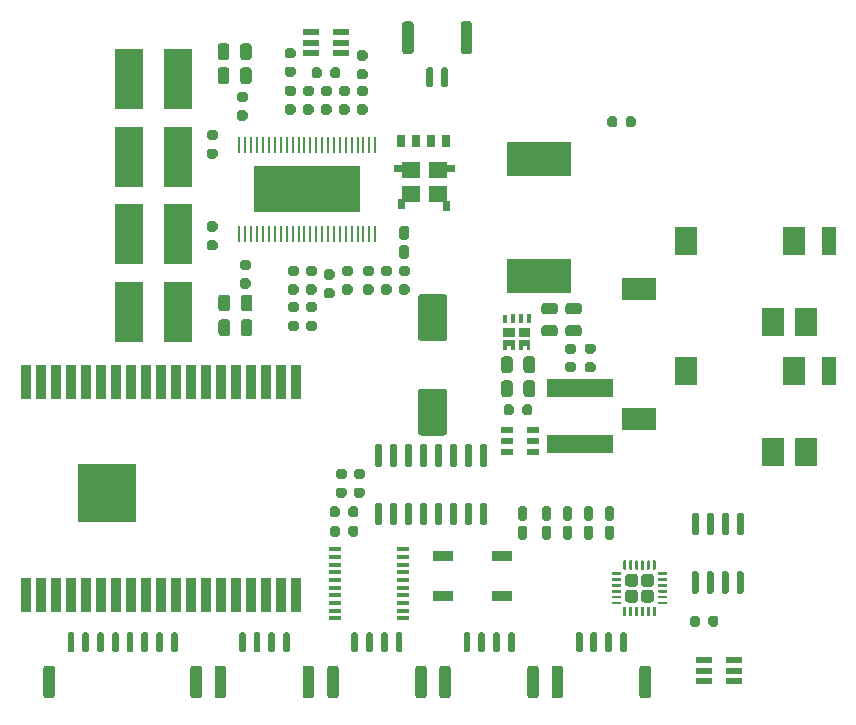
<source format=gtp>
G04 #@! TF.GenerationSoftware,KiCad,Pcbnew,(5.1.9)-1*
G04 #@! TF.CreationDate,2021-04-10T14:09:46+02:00*
G04 #@! TF.ProjectId,musical-box,6d757369-6361-46c2-9d62-6f782e6b6963,rev?*
G04 #@! TF.SameCoordinates,Original*
G04 #@! TF.FileFunction,Paste,Top*
G04 #@! TF.FilePolarity,Positive*
%FSLAX46Y46*%
G04 Gerber Fmt 4.6, Leading zero omitted, Abs format (unit mm)*
G04 Created by KiCad (PCBNEW (5.1.9)-1) date 2021-04-10 14:09:46*
%MOMM*%
%LPD*%
G01*
G04 APERTURE LIST*
%ADD10C,0.100000*%
%ADD11C,0.010000*%
%ADD12R,4.980000X4.980000*%
%ADD13R,0.880000X2.980000*%
%ADD14R,1.980000X2.480000*%
%ADD15R,2.880000X1.980000*%
%ADD16R,1.180000X2.480000*%
%ADD17R,0.250000X1.441200*%
%ADD18R,8.980000X3.880000*%
%ADD19R,0.330000X0.780000*%
%ADD20R,1.680000X0.880000*%
%ADD21R,1.412000X0.602000*%
%ADD22R,1.412000X0.480000*%
%ADD23R,0.730000X0.980000*%
%ADD24R,5.380000X2.880000*%
%ADD25R,2.330000X5.080000*%
%ADD26R,0.980000X0.380000*%
%ADD27R,1.040000X0.630000*%
%ADD28R,5.680000X1.580000*%
G04 APERTURE END LIST*
D10*
G36*
X392438000Y-152548000D02*
G01*
X392438000Y-151768000D01*
X392768000Y-151768000D01*
X392768000Y-152548000D01*
X392438000Y-152548000D01*
G37*
G36*
X393113000Y-152548000D02*
G01*
X393113000Y-151768000D01*
X393443000Y-151768000D01*
X393443000Y-152548000D01*
X393113000Y-152548000D01*
G37*
G36*
X393778000Y-152548000D02*
G01*
X393778000Y-151768000D01*
X394108000Y-151768000D01*
X394108000Y-152548000D01*
X393778000Y-152548000D01*
G37*
G36*
X393107500Y-153733000D02*
G01*
X393107500Y-152923000D01*
X394098500Y-152923000D01*
X394098500Y-153733000D01*
X393107500Y-153733000D01*
G37*
G36*
X391772500Y-153733000D02*
G01*
X391772500Y-152923000D01*
X392763500Y-152923000D01*
X392763500Y-153733000D01*
X391772500Y-153733000D01*
G37*
G36*
X393772500Y-154793000D02*
G01*
X393772500Y-154443000D01*
X393432500Y-154443000D01*
X393432500Y-154793000D01*
X393107500Y-154793000D01*
X393107500Y-153983000D01*
X394098500Y-153983000D01*
X394098500Y-154793000D01*
X393772500Y-154793000D01*
G37*
G36*
X392437500Y-154793000D02*
G01*
X392437500Y-154443000D01*
X392097500Y-154443000D01*
X392097500Y-154793000D01*
X391772500Y-154793000D01*
X391772500Y-153983000D01*
X392763500Y-153983000D01*
X392763500Y-154793000D01*
X392437500Y-154793000D01*
G37*
D11*
G36*
X384632000Y-140925000D02*
G01*
X384632000Y-142205000D01*
X383192000Y-142205000D01*
X383192000Y-140925000D01*
X384632000Y-140925000D01*
G37*
X384632000Y-140925000D02*
X384632000Y-142205000D01*
X383192000Y-142205000D01*
X383192000Y-140925000D01*
X384632000Y-140925000D01*
G36*
X384632000Y-138895000D02*
G01*
X384632000Y-140175000D01*
X383192000Y-140175000D01*
X383192000Y-138895000D01*
X384632000Y-138895000D01*
G37*
X384632000Y-138895000D02*
X384632000Y-140175000D01*
X383192000Y-140175000D01*
X383192000Y-138895000D01*
X384632000Y-138895000D01*
G36*
X386912000Y-140925000D02*
G01*
X386912000Y-142205000D01*
X385472000Y-142205000D01*
X385472000Y-140925000D01*
X386912000Y-140925000D01*
G37*
X386912000Y-140925000D02*
X386912000Y-142205000D01*
X385472000Y-142205000D01*
X385472000Y-140925000D01*
X386912000Y-140925000D01*
G36*
X386912000Y-138895000D02*
G01*
X386912000Y-140175000D01*
X385472000Y-140175000D01*
X385472000Y-138895000D01*
X386912000Y-138895000D01*
G37*
X386912000Y-138895000D02*
X386912000Y-140175000D01*
X385472000Y-140175000D01*
X385472000Y-138895000D01*
X386912000Y-138895000D01*
G36*
X383382000Y-142023500D02*
G01*
X383382000Y-142773500D01*
X382912000Y-142773500D01*
X382912000Y-142023500D01*
X383382000Y-142023500D01*
G37*
X383382000Y-142023500D02*
X383382000Y-142773500D01*
X382912000Y-142773500D01*
X382912000Y-142023500D01*
X383382000Y-142023500D01*
G36*
X387592000Y-139155000D02*
G01*
X387592000Y-139645000D01*
X386687000Y-139645000D01*
X386687000Y-139155000D01*
X387592000Y-139155000D01*
G37*
X387592000Y-139155000D02*
X387592000Y-139645000D01*
X386687000Y-139645000D01*
X386687000Y-139155000D01*
X387592000Y-139155000D01*
G36*
X383417000Y-139155000D02*
G01*
X383417000Y-139645000D01*
X382512000Y-139645000D01*
X382512000Y-139155000D01*
X383417000Y-139155000D01*
G37*
X383417000Y-139155000D02*
X383417000Y-139645000D01*
X382512000Y-139645000D01*
X382512000Y-139155000D01*
X383417000Y-139155000D01*
G36*
X387192000Y-142150500D02*
G01*
X387192000Y-142900500D01*
X386722000Y-142900500D01*
X386722000Y-142150500D01*
X387192000Y-142150500D01*
G37*
X387192000Y-142150500D02*
X387192000Y-142900500D01*
X386722000Y-142900500D01*
X386722000Y-142150500D01*
X387192000Y-142150500D01*
D12*
X358277000Y-166904000D03*
D13*
X351357000Y-175504000D03*
X352627000Y-175504000D03*
X353897000Y-175504000D03*
X355167000Y-175504000D03*
X356437000Y-175504000D03*
X357707000Y-175504000D03*
X358977000Y-175504000D03*
X360247000Y-175504000D03*
X361517000Y-175504000D03*
X362787000Y-175504000D03*
X364057000Y-175504000D03*
X365327000Y-175504000D03*
X366597000Y-175504000D03*
X367867000Y-175504000D03*
X369167000Y-175504000D03*
X370437000Y-175504000D03*
X371707000Y-175504000D03*
X372977000Y-175504000D03*
X374247000Y-175504000D03*
X374247000Y-157504000D03*
X372977000Y-157504000D03*
X371707000Y-157504000D03*
X370437000Y-157504000D03*
X369167000Y-157504000D03*
X367867000Y-157474000D03*
X366597000Y-157474000D03*
X365327000Y-157474000D03*
X364057000Y-157474000D03*
X362787000Y-157474000D03*
X361517000Y-157474000D03*
X360247000Y-157474000D03*
X358977000Y-157474000D03*
X357707000Y-157474000D03*
X356437000Y-157474000D03*
X355167000Y-157474000D03*
X353897000Y-157474000D03*
X352627000Y-157474000D03*
X351357000Y-157474000D03*
G36*
G01*
X368602000Y-129070000D02*
X368602000Y-130010000D01*
G75*
G02*
X368357000Y-130255000I-245000J0D01*
G01*
X367867000Y-130255000D01*
G75*
G02*
X367622000Y-130010000I0J245000D01*
G01*
X367622000Y-129070000D01*
G75*
G02*
X367867000Y-128825000I245000J0D01*
G01*
X368357000Y-128825000D01*
G75*
G02*
X368602000Y-129070000I0J-245000D01*
G01*
G37*
G36*
G01*
X370502000Y-129070000D02*
X370502000Y-130010000D01*
G75*
G02*
X370257000Y-130255000I-245000J0D01*
G01*
X369767000Y-130255000D01*
G75*
G02*
X369522000Y-130010000I0J245000D01*
G01*
X369522000Y-129070000D01*
G75*
G02*
X369767000Y-128825000I245000J0D01*
G01*
X370257000Y-128825000D01*
G75*
G02*
X370502000Y-129070000I0J-245000D01*
G01*
G37*
G36*
G01*
X368602000Y-131102000D02*
X368602000Y-132042000D01*
G75*
G02*
X368357000Y-132287000I-245000J0D01*
G01*
X367867000Y-132287000D01*
G75*
G02*
X367622000Y-132042000I0J245000D01*
G01*
X367622000Y-131102000D01*
G75*
G02*
X367867000Y-130857000I245000J0D01*
G01*
X368357000Y-130857000D01*
G75*
G02*
X368602000Y-131102000I0J-245000D01*
G01*
G37*
G36*
G01*
X370502000Y-131102000D02*
X370502000Y-132042000D01*
G75*
G02*
X370257000Y-132287000I-245000J0D01*
G01*
X369767000Y-132287000D01*
G75*
G02*
X369522000Y-132042000I0J245000D01*
G01*
X369522000Y-131102000D01*
G75*
G02*
X369767000Y-130857000I245000J0D01*
G01*
X370257000Y-130857000D01*
G75*
G02*
X370502000Y-131102000I0J-245000D01*
G01*
G37*
G36*
G01*
X368665500Y-152438000D02*
X368665500Y-153378000D01*
G75*
G02*
X368420500Y-153623000I-245000J0D01*
G01*
X367930500Y-153623000D01*
G75*
G02*
X367685500Y-153378000I0J245000D01*
G01*
X367685500Y-152438000D01*
G75*
G02*
X367930500Y-152193000I245000J0D01*
G01*
X368420500Y-152193000D01*
G75*
G02*
X368665500Y-152438000I0J-245000D01*
G01*
G37*
G36*
G01*
X370565500Y-152438000D02*
X370565500Y-153378000D01*
G75*
G02*
X370320500Y-153623000I-245000J0D01*
G01*
X369830500Y-153623000D01*
G75*
G02*
X369585500Y-153378000I0J245000D01*
G01*
X369585500Y-152438000D01*
G75*
G02*
X369830500Y-152193000I245000J0D01*
G01*
X370320500Y-152193000D01*
G75*
G02*
X370565500Y-152438000I0J-245000D01*
G01*
G37*
G36*
G01*
X368665500Y-150342500D02*
X368665500Y-151282500D01*
G75*
G02*
X368420500Y-151527500I-245000J0D01*
G01*
X367930500Y-151527500D01*
G75*
G02*
X367685500Y-151282500I0J245000D01*
G01*
X367685500Y-150342500D01*
G75*
G02*
X367930500Y-150097500I245000J0D01*
G01*
X368420500Y-150097500D01*
G75*
G02*
X368665500Y-150342500I0J-245000D01*
G01*
G37*
G36*
G01*
X370565500Y-150342500D02*
X370565500Y-151282500D01*
G75*
G02*
X370320500Y-151527500I-245000J0D01*
G01*
X369830500Y-151527500D01*
G75*
G02*
X369585500Y-151282500I0J245000D01*
G01*
X369585500Y-150342500D01*
G75*
G02*
X369830500Y-150097500I245000J0D01*
G01*
X370320500Y-150097500D01*
G75*
G02*
X370565500Y-150342500I0J-245000D01*
G01*
G37*
G36*
G01*
X373498000Y-134075000D02*
X374038000Y-134075000D01*
G75*
G02*
X374233000Y-134270000I0J-195000D01*
G01*
X374233000Y-134660000D01*
G75*
G02*
X374038000Y-134855000I-195000J0D01*
G01*
X373498000Y-134855000D01*
G75*
G02*
X373303000Y-134660000I0J195000D01*
G01*
X373303000Y-134270000D01*
G75*
G02*
X373498000Y-134075000I195000J0D01*
G01*
G37*
G36*
G01*
X373498000Y-132425000D02*
X374038000Y-132425000D01*
G75*
G02*
X374233000Y-132620000I0J-195000D01*
G01*
X374233000Y-133010000D01*
G75*
G02*
X374038000Y-133205000I-195000J0D01*
G01*
X373498000Y-133205000D01*
G75*
G02*
X373303000Y-133010000I0J195000D01*
G01*
X373303000Y-132620000D01*
G75*
G02*
X373498000Y-132425000I195000J0D01*
G01*
G37*
D14*
X417451600Y-163450000D03*
X407251600Y-156550000D03*
D15*
X403301600Y-160650000D03*
D14*
X414651600Y-163450000D03*
X416451600Y-156550000D03*
D16*
X419351600Y-156550000D03*
D14*
X417451600Y-152450000D03*
X407251600Y-145550000D03*
D15*
X403301600Y-149650000D03*
D14*
X414651600Y-152450000D03*
X416451600Y-145550000D03*
D16*
X419351600Y-145550000D03*
D17*
X369465801Y-144971501D03*
X369965800Y-144971501D03*
X370465799Y-144971501D03*
X370965801Y-144971501D03*
X371465800Y-144971501D03*
X371965799Y-144971501D03*
X372465800Y-144971501D03*
X372965799Y-144971501D03*
X373465801Y-144971501D03*
X373965800Y-144971501D03*
X374465799Y-144971501D03*
X374965800Y-144971501D03*
X375465800Y-144971501D03*
X375965801Y-144971501D03*
X376465800Y-144971501D03*
X376965799Y-144971501D03*
X377465801Y-144971501D03*
X377965800Y-144971501D03*
X378465801Y-144971501D03*
X378965800Y-144971501D03*
X379465799Y-144971501D03*
X379965801Y-144971501D03*
X380465800Y-144971501D03*
X380965801Y-144971501D03*
X380965799Y-137421499D03*
X380465800Y-137421499D03*
X379965801Y-137421499D03*
X379465799Y-137421499D03*
X378965800Y-137421499D03*
X378465799Y-137421499D03*
X377965800Y-137421499D03*
X377465801Y-137421499D03*
X376965799Y-137421499D03*
X376465800Y-137421499D03*
X375965798Y-137421499D03*
X375465800Y-137421499D03*
X374965800Y-137421499D03*
X374465799Y-137421499D03*
X373965800Y-137421499D03*
X373465801Y-137421499D03*
X372965799Y-137421499D03*
X372465800Y-137421499D03*
X371965799Y-137421499D03*
X371465800Y-137421499D03*
X370965801Y-137421499D03*
X370465799Y-137421499D03*
X369965800Y-137421499D03*
X369465799Y-137421499D03*
D18*
X375215800Y-141196500D03*
D19*
X391933000Y-152158000D03*
G36*
G01*
X388180000Y-129500000D02*
X388180000Y-127210000D01*
G75*
G02*
X388425000Y-126965000I245000J0D01*
G01*
X388915000Y-126965000D01*
G75*
G02*
X389160000Y-127210000I0J-245000D01*
G01*
X389160000Y-129500000D01*
G75*
G02*
X388915000Y-129745000I-245000J0D01*
G01*
X388425000Y-129745000D01*
G75*
G02*
X388180000Y-129500000I0J245000D01*
G01*
G37*
G36*
G01*
X383230000Y-129500000D02*
X383230000Y-127210000D01*
G75*
G02*
X383475000Y-126965000I245000J0D01*
G01*
X383965000Y-126965000D01*
G75*
G02*
X384210000Y-127210000I0J-245000D01*
G01*
X384210000Y-129500000D01*
G75*
G02*
X383965000Y-129745000I-245000J0D01*
G01*
X383475000Y-129745000D01*
G75*
G02*
X383230000Y-129500000I0J245000D01*
G01*
G37*
G36*
G01*
X386530000Y-132400000D02*
X386530000Y-131010000D01*
G75*
G02*
X386675000Y-130865000I145000J0D01*
G01*
X386965000Y-130865000D01*
G75*
G02*
X387110000Y-131010000I0J-145000D01*
G01*
X387110000Y-132400000D01*
G75*
G02*
X386965000Y-132545000I-145000J0D01*
G01*
X386675000Y-132545000D01*
G75*
G02*
X386530000Y-132400000I0J145000D01*
G01*
G37*
G36*
G01*
X385280000Y-132400000D02*
X385280000Y-131010000D01*
G75*
G02*
X385425000Y-130865000I145000J0D01*
G01*
X385715000Y-130865000D01*
G75*
G02*
X385860000Y-131010000I0J-145000D01*
G01*
X385860000Y-132400000D01*
G75*
G02*
X385715000Y-132545000I-145000J0D01*
G01*
X385425000Y-132545000D01*
G75*
G02*
X385280000Y-132400000I0J145000D01*
G01*
G37*
G36*
G01*
X383620500Y-145459000D02*
X383205500Y-145459000D01*
G75*
G02*
X382998000Y-145251500I0J207500D01*
G01*
X382998000Y-144461500D01*
G75*
G02*
X383205500Y-144254000I207500J0D01*
G01*
X383620500Y-144254000D01*
G75*
G02*
X383828000Y-144461500I0J-207500D01*
G01*
X383828000Y-145251500D01*
G75*
G02*
X383620500Y-145459000I-207500J0D01*
G01*
G37*
G36*
G01*
X383620500Y-147084000D02*
X383205500Y-147084000D01*
G75*
G02*
X382998000Y-146876500I0J207500D01*
G01*
X382998000Y-146086500D01*
G75*
G02*
X383205500Y-145879000I207500J0D01*
G01*
X383620500Y-145879000D01*
G75*
G02*
X383828000Y-146086500I0J-207500D01*
G01*
X383828000Y-146876500D01*
G75*
G02*
X383620500Y-147084000I-207500J0D01*
G01*
G37*
G36*
G01*
X384822000Y-158054000D02*
X386806000Y-158054000D01*
G75*
G02*
X387054000Y-158302000I0J-248000D01*
G01*
X387054000Y-161786000D01*
G75*
G02*
X386806000Y-162034000I-248000J0D01*
G01*
X384822000Y-162034000D01*
G75*
G02*
X384574000Y-161786000I0J248000D01*
G01*
X384574000Y-158302000D01*
G75*
G02*
X384822000Y-158054000I248000J0D01*
G01*
G37*
G36*
G01*
X384822000Y-150054000D02*
X386806000Y-150054000D01*
G75*
G02*
X387054000Y-150302000I0J-248000D01*
G01*
X387054000Y-153786000D01*
G75*
G02*
X386806000Y-154034000I-248000J0D01*
G01*
X384822000Y-154034000D01*
G75*
G02*
X384574000Y-153786000I0J248000D01*
G01*
X384574000Y-150302000D01*
G75*
G02*
X384822000Y-150054000I248000J0D01*
G01*
G37*
G36*
G01*
X393413000Y-160105250D02*
X393413000Y-159602750D01*
G75*
G02*
X393626750Y-159389000I213750J0D01*
G01*
X394054250Y-159389000D01*
G75*
G02*
X394268000Y-159602750I0J-213750D01*
G01*
X394268000Y-160105250D01*
G75*
G02*
X394054250Y-160319000I-213750J0D01*
G01*
X393626750Y-160319000D01*
G75*
G02*
X393413000Y-160105250I0J213750D01*
G01*
G37*
G36*
G01*
X391838000Y-160105250D02*
X391838000Y-159602750D01*
G75*
G02*
X392051750Y-159389000I213750J0D01*
G01*
X392479250Y-159389000D01*
G75*
G02*
X392693000Y-159602750I0J-213750D01*
G01*
X392693000Y-160105250D01*
G75*
G02*
X392479250Y-160319000I-213750J0D01*
G01*
X392051750Y-160319000D01*
G75*
G02*
X391838000Y-160105250I0J213750D01*
G01*
G37*
G36*
G01*
X393513000Y-158546000D02*
X393513000Y-157606000D01*
G75*
G02*
X393758000Y-157361000I245000J0D01*
G01*
X394248000Y-157361000D01*
G75*
G02*
X394493000Y-157606000I0J-245000D01*
G01*
X394493000Y-158546000D01*
G75*
G02*
X394248000Y-158791000I-245000J0D01*
G01*
X393758000Y-158791000D01*
G75*
G02*
X393513000Y-158546000I0J245000D01*
G01*
G37*
G36*
G01*
X391613000Y-158546000D02*
X391613000Y-157606000D01*
G75*
G02*
X391858000Y-157361000I245000J0D01*
G01*
X392348000Y-157361000D01*
G75*
G02*
X392593000Y-157606000I0J-245000D01*
G01*
X392593000Y-158546000D01*
G75*
G02*
X392348000Y-158791000I-245000J0D01*
G01*
X391858000Y-158791000D01*
G75*
G02*
X391613000Y-158546000I0J245000D01*
G01*
G37*
G36*
G01*
X393513000Y-156514000D02*
X393513000Y-155574000D01*
G75*
G02*
X393758000Y-155329000I245000J0D01*
G01*
X394248000Y-155329000D01*
G75*
G02*
X394493000Y-155574000I0J-245000D01*
G01*
X394493000Y-156514000D01*
G75*
G02*
X394248000Y-156759000I-245000J0D01*
G01*
X393758000Y-156759000D01*
G75*
G02*
X393513000Y-156514000I0J245000D01*
G01*
G37*
G36*
G01*
X391613000Y-156514000D02*
X391613000Y-155574000D01*
G75*
G02*
X391858000Y-155329000I245000J0D01*
G01*
X392348000Y-155329000D01*
G75*
G02*
X392593000Y-155574000I0J-245000D01*
G01*
X392593000Y-156514000D01*
G75*
G02*
X392348000Y-156759000I-245000J0D01*
G01*
X391858000Y-156759000D01*
G75*
G02*
X391613000Y-156514000I0J245000D01*
G01*
G37*
G36*
G01*
X395673500Y-169232500D02*
X395258500Y-169232500D01*
G75*
G02*
X395051000Y-169025000I0J207500D01*
G01*
X395051000Y-168235000D01*
G75*
G02*
X395258500Y-168027500I207500J0D01*
G01*
X395673500Y-168027500D01*
G75*
G02*
X395881000Y-168235000I0J-207500D01*
G01*
X395881000Y-169025000D01*
G75*
G02*
X395673500Y-169232500I-207500J0D01*
G01*
G37*
G36*
G01*
X395673500Y-170857500D02*
X395258500Y-170857500D01*
G75*
G02*
X395051000Y-170650000I0J207500D01*
G01*
X395051000Y-169860000D01*
G75*
G02*
X395258500Y-169652500I207500J0D01*
G01*
X395673500Y-169652500D01*
G75*
G02*
X395881000Y-169860000I0J-207500D01*
G01*
X395881000Y-170650000D01*
G75*
G02*
X395673500Y-170857500I-207500J0D01*
G01*
G37*
D20*
X391656000Y-172251000D03*
X391656000Y-175651000D03*
X386703000Y-175651000D03*
X386703000Y-172251000D03*
D21*
X411375000Y-181068000D03*
D22*
X411375000Y-181952000D03*
D21*
X411375000Y-182836000D03*
X408767000Y-182836000D03*
D22*
X408767000Y-181952000D03*
D21*
X408767000Y-181068000D03*
G36*
G01*
X408196000Y-170497000D02*
X407906000Y-170497000D01*
G75*
G02*
X407761000Y-170352000I0J145000D01*
G01*
X407761000Y-168712000D01*
G75*
G02*
X407906000Y-168567000I145000J0D01*
G01*
X408196000Y-168567000D01*
G75*
G02*
X408341000Y-168712000I0J-145000D01*
G01*
X408341000Y-170352000D01*
G75*
G02*
X408196000Y-170497000I-145000J0D01*
G01*
G37*
G36*
G01*
X409466000Y-170497000D02*
X409176000Y-170497000D01*
G75*
G02*
X409031000Y-170352000I0J145000D01*
G01*
X409031000Y-168712000D01*
G75*
G02*
X409176000Y-168567000I145000J0D01*
G01*
X409466000Y-168567000D01*
G75*
G02*
X409611000Y-168712000I0J-145000D01*
G01*
X409611000Y-170352000D01*
G75*
G02*
X409466000Y-170497000I-145000J0D01*
G01*
G37*
G36*
G01*
X410736000Y-170497000D02*
X410446000Y-170497000D01*
G75*
G02*
X410301000Y-170352000I0J145000D01*
G01*
X410301000Y-168712000D01*
G75*
G02*
X410446000Y-168567000I145000J0D01*
G01*
X410736000Y-168567000D01*
G75*
G02*
X410881000Y-168712000I0J-145000D01*
G01*
X410881000Y-170352000D01*
G75*
G02*
X410736000Y-170497000I-145000J0D01*
G01*
G37*
G36*
G01*
X412006000Y-170497000D02*
X411716000Y-170497000D01*
G75*
G02*
X411571000Y-170352000I0J145000D01*
G01*
X411571000Y-168712000D01*
G75*
G02*
X411716000Y-168567000I145000J0D01*
G01*
X412006000Y-168567000D01*
G75*
G02*
X412151000Y-168712000I0J-145000D01*
G01*
X412151000Y-170352000D01*
G75*
G02*
X412006000Y-170497000I-145000J0D01*
G01*
G37*
G36*
G01*
X412006000Y-175447000D02*
X411716000Y-175447000D01*
G75*
G02*
X411571000Y-175302000I0J145000D01*
G01*
X411571000Y-173662000D01*
G75*
G02*
X411716000Y-173517000I145000J0D01*
G01*
X412006000Y-173517000D01*
G75*
G02*
X412151000Y-173662000I0J-145000D01*
G01*
X412151000Y-175302000D01*
G75*
G02*
X412006000Y-175447000I-145000J0D01*
G01*
G37*
G36*
G01*
X410736000Y-175447000D02*
X410446000Y-175447000D01*
G75*
G02*
X410301000Y-175302000I0J145000D01*
G01*
X410301000Y-173662000D01*
G75*
G02*
X410446000Y-173517000I145000J0D01*
G01*
X410736000Y-173517000D01*
G75*
G02*
X410881000Y-173662000I0J-145000D01*
G01*
X410881000Y-175302000D01*
G75*
G02*
X410736000Y-175447000I-145000J0D01*
G01*
G37*
G36*
G01*
X409466000Y-175447000D02*
X409176000Y-175447000D01*
G75*
G02*
X409031000Y-175302000I0J145000D01*
G01*
X409031000Y-173662000D01*
G75*
G02*
X409176000Y-173517000I145000J0D01*
G01*
X409466000Y-173517000D01*
G75*
G02*
X409611000Y-173662000I0J-145000D01*
G01*
X409611000Y-175302000D01*
G75*
G02*
X409466000Y-175447000I-145000J0D01*
G01*
G37*
G36*
G01*
X408196000Y-175447000D02*
X407906000Y-175447000D01*
G75*
G02*
X407761000Y-175302000I0J145000D01*
G01*
X407761000Y-173662000D01*
G75*
G02*
X407906000Y-173517000I145000J0D01*
G01*
X408196000Y-173517000D01*
G75*
G02*
X408341000Y-173662000I0J-145000D01*
G01*
X408341000Y-175302000D01*
G75*
G02*
X408196000Y-175447000I-145000J0D01*
G01*
G37*
D23*
X386957000Y-137057500D03*
X383147000Y-137057500D03*
X385687000Y-137057500D03*
X384417000Y-137057500D03*
G36*
G01*
X353840000Y-181755000D02*
X353840000Y-184045000D01*
G75*
G02*
X353595000Y-184290000I-245000J0D01*
G01*
X353105000Y-184290000D01*
G75*
G02*
X352860000Y-184045000I0J245000D01*
G01*
X352860000Y-181755000D01*
G75*
G02*
X353105000Y-181510000I245000J0D01*
G01*
X353595000Y-181510000D01*
G75*
G02*
X353840000Y-181755000I0J-245000D01*
G01*
G37*
G36*
G01*
X366290000Y-181755000D02*
X366290000Y-184045000D01*
G75*
G02*
X366045000Y-184290000I-245000J0D01*
G01*
X365555000Y-184290000D01*
G75*
G02*
X365310000Y-184045000I0J245000D01*
G01*
X365310000Y-181755000D01*
G75*
G02*
X365555000Y-181510000I245000J0D01*
G01*
X366045000Y-181510000D01*
G75*
G02*
X366290000Y-181755000I0J-245000D01*
G01*
G37*
G36*
G01*
X355490000Y-178855000D02*
X355490000Y-180245000D01*
G75*
G02*
X355345000Y-180390000I-145000J0D01*
G01*
X355055000Y-180390000D01*
G75*
G02*
X354910000Y-180245000I0J145000D01*
G01*
X354910000Y-178855000D01*
G75*
G02*
X355055000Y-178710000I145000J0D01*
G01*
X355345000Y-178710000D01*
G75*
G02*
X355490000Y-178855000I0J-145000D01*
G01*
G37*
G36*
G01*
X356740000Y-178855000D02*
X356740000Y-180245000D01*
G75*
G02*
X356595000Y-180390000I-145000J0D01*
G01*
X356305000Y-180390000D01*
G75*
G02*
X356160000Y-180245000I0J145000D01*
G01*
X356160000Y-178855000D01*
G75*
G02*
X356305000Y-178710000I145000J0D01*
G01*
X356595000Y-178710000D01*
G75*
G02*
X356740000Y-178855000I0J-145000D01*
G01*
G37*
G36*
G01*
X357990000Y-178855000D02*
X357990000Y-180245000D01*
G75*
G02*
X357845000Y-180390000I-145000J0D01*
G01*
X357555000Y-180390000D01*
G75*
G02*
X357410000Y-180245000I0J145000D01*
G01*
X357410000Y-178855000D01*
G75*
G02*
X357555000Y-178710000I145000J0D01*
G01*
X357845000Y-178710000D01*
G75*
G02*
X357990000Y-178855000I0J-145000D01*
G01*
G37*
G36*
G01*
X359240000Y-178855000D02*
X359240000Y-180245000D01*
G75*
G02*
X359095000Y-180390000I-145000J0D01*
G01*
X358805000Y-180390000D01*
G75*
G02*
X358660000Y-180245000I0J145000D01*
G01*
X358660000Y-178855000D01*
G75*
G02*
X358805000Y-178710000I145000J0D01*
G01*
X359095000Y-178710000D01*
G75*
G02*
X359240000Y-178855000I0J-145000D01*
G01*
G37*
G36*
G01*
X360490000Y-178855000D02*
X360490000Y-180245000D01*
G75*
G02*
X360345000Y-180390000I-145000J0D01*
G01*
X360055000Y-180390000D01*
G75*
G02*
X359910000Y-180245000I0J145000D01*
G01*
X359910000Y-178855000D01*
G75*
G02*
X360055000Y-178710000I145000J0D01*
G01*
X360345000Y-178710000D01*
G75*
G02*
X360490000Y-178855000I0J-145000D01*
G01*
G37*
G36*
G01*
X361740000Y-178855000D02*
X361740000Y-180245000D01*
G75*
G02*
X361595000Y-180390000I-145000J0D01*
G01*
X361305000Y-180390000D01*
G75*
G02*
X361160000Y-180245000I0J145000D01*
G01*
X361160000Y-178855000D01*
G75*
G02*
X361305000Y-178710000I145000J0D01*
G01*
X361595000Y-178710000D01*
G75*
G02*
X361740000Y-178855000I0J-145000D01*
G01*
G37*
G36*
G01*
X362990000Y-178855000D02*
X362990000Y-180245000D01*
G75*
G02*
X362845000Y-180390000I-145000J0D01*
G01*
X362555000Y-180390000D01*
G75*
G02*
X362410000Y-180245000I0J145000D01*
G01*
X362410000Y-178855000D01*
G75*
G02*
X362555000Y-178710000I145000J0D01*
G01*
X362845000Y-178710000D01*
G75*
G02*
X362990000Y-178855000I0J-145000D01*
G01*
G37*
G36*
G01*
X364240000Y-178855000D02*
X364240000Y-180245000D01*
G75*
G02*
X364095000Y-180390000I-145000J0D01*
G01*
X363805000Y-180390000D01*
G75*
G02*
X363660000Y-180245000I0J145000D01*
G01*
X363660000Y-178855000D01*
G75*
G02*
X363805000Y-178710000I145000J0D01*
G01*
X364095000Y-178710000D01*
G75*
G02*
X364240000Y-178855000I0J-145000D01*
G01*
G37*
D21*
X375493000Y-129672500D03*
D22*
X375493000Y-128788500D03*
D21*
X375493000Y-127904500D03*
X378101000Y-127904500D03*
D22*
X378101000Y-128788500D03*
D21*
X378101000Y-129672500D03*
D24*
X394831000Y-148548000D03*
X394831000Y-138648000D03*
D25*
X360117000Y-131846000D03*
X364267000Y-131846000D03*
X360117000Y-138450000D03*
X364267000Y-138450000D03*
X360125000Y-145000000D03*
X364275000Y-145000000D03*
X360117000Y-151600000D03*
X364267000Y-151600000D03*
D26*
X383326000Y-171661000D03*
X383326000Y-172311000D03*
X383326000Y-172961000D03*
X383326000Y-173611000D03*
X383326000Y-174261000D03*
X383326000Y-174911000D03*
X383326000Y-175561000D03*
X383326000Y-176211000D03*
X383326000Y-176861000D03*
X383326000Y-177511000D03*
X377526000Y-177511000D03*
X377526000Y-176861000D03*
X377526000Y-176211000D03*
X377526000Y-175561000D03*
X377526000Y-174911000D03*
X377526000Y-174261000D03*
X377526000Y-173611000D03*
X377526000Y-172961000D03*
X377526000Y-172311000D03*
X377526000Y-171661000D03*
G36*
G01*
X381387000Y-164694000D02*
X381097000Y-164694000D01*
G75*
G02*
X380952000Y-164549000I0J145000D01*
G01*
X380952000Y-162909000D01*
G75*
G02*
X381097000Y-162764000I145000J0D01*
G01*
X381387000Y-162764000D01*
G75*
G02*
X381532000Y-162909000I0J-145000D01*
G01*
X381532000Y-164549000D01*
G75*
G02*
X381387000Y-164694000I-145000J0D01*
G01*
G37*
G36*
G01*
X382657000Y-164694000D02*
X382367000Y-164694000D01*
G75*
G02*
X382222000Y-164549000I0J145000D01*
G01*
X382222000Y-162909000D01*
G75*
G02*
X382367000Y-162764000I145000J0D01*
G01*
X382657000Y-162764000D01*
G75*
G02*
X382802000Y-162909000I0J-145000D01*
G01*
X382802000Y-164549000D01*
G75*
G02*
X382657000Y-164694000I-145000J0D01*
G01*
G37*
G36*
G01*
X383927000Y-164694000D02*
X383637000Y-164694000D01*
G75*
G02*
X383492000Y-164549000I0J145000D01*
G01*
X383492000Y-162909000D01*
G75*
G02*
X383637000Y-162764000I145000J0D01*
G01*
X383927000Y-162764000D01*
G75*
G02*
X384072000Y-162909000I0J-145000D01*
G01*
X384072000Y-164549000D01*
G75*
G02*
X383927000Y-164694000I-145000J0D01*
G01*
G37*
G36*
G01*
X385197000Y-164694000D02*
X384907000Y-164694000D01*
G75*
G02*
X384762000Y-164549000I0J145000D01*
G01*
X384762000Y-162909000D01*
G75*
G02*
X384907000Y-162764000I145000J0D01*
G01*
X385197000Y-162764000D01*
G75*
G02*
X385342000Y-162909000I0J-145000D01*
G01*
X385342000Y-164549000D01*
G75*
G02*
X385197000Y-164694000I-145000J0D01*
G01*
G37*
G36*
G01*
X386467000Y-164694000D02*
X386177000Y-164694000D01*
G75*
G02*
X386032000Y-164549000I0J145000D01*
G01*
X386032000Y-162909000D01*
G75*
G02*
X386177000Y-162764000I145000J0D01*
G01*
X386467000Y-162764000D01*
G75*
G02*
X386612000Y-162909000I0J-145000D01*
G01*
X386612000Y-164549000D01*
G75*
G02*
X386467000Y-164694000I-145000J0D01*
G01*
G37*
G36*
G01*
X387737000Y-164694000D02*
X387447000Y-164694000D01*
G75*
G02*
X387302000Y-164549000I0J145000D01*
G01*
X387302000Y-162909000D01*
G75*
G02*
X387447000Y-162764000I145000J0D01*
G01*
X387737000Y-162764000D01*
G75*
G02*
X387882000Y-162909000I0J-145000D01*
G01*
X387882000Y-164549000D01*
G75*
G02*
X387737000Y-164694000I-145000J0D01*
G01*
G37*
G36*
G01*
X389007000Y-164694000D02*
X388717000Y-164694000D01*
G75*
G02*
X388572000Y-164549000I0J145000D01*
G01*
X388572000Y-162909000D01*
G75*
G02*
X388717000Y-162764000I145000J0D01*
G01*
X389007000Y-162764000D01*
G75*
G02*
X389152000Y-162909000I0J-145000D01*
G01*
X389152000Y-164549000D01*
G75*
G02*
X389007000Y-164694000I-145000J0D01*
G01*
G37*
G36*
G01*
X390277000Y-164694000D02*
X389987000Y-164694000D01*
G75*
G02*
X389842000Y-164549000I0J145000D01*
G01*
X389842000Y-162909000D01*
G75*
G02*
X389987000Y-162764000I145000J0D01*
G01*
X390277000Y-162764000D01*
G75*
G02*
X390422000Y-162909000I0J-145000D01*
G01*
X390422000Y-164549000D01*
G75*
G02*
X390277000Y-164694000I-145000J0D01*
G01*
G37*
G36*
G01*
X390277000Y-169644000D02*
X389987000Y-169644000D01*
G75*
G02*
X389842000Y-169499000I0J145000D01*
G01*
X389842000Y-167859000D01*
G75*
G02*
X389987000Y-167714000I145000J0D01*
G01*
X390277000Y-167714000D01*
G75*
G02*
X390422000Y-167859000I0J-145000D01*
G01*
X390422000Y-169499000D01*
G75*
G02*
X390277000Y-169644000I-145000J0D01*
G01*
G37*
G36*
G01*
X389007000Y-169644000D02*
X388717000Y-169644000D01*
G75*
G02*
X388572000Y-169499000I0J145000D01*
G01*
X388572000Y-167859000D01*
G75*
G02*
X388717000Y-167714000I145000J0D01*
G01*
X389007000Y-167714000D01*
G75*
G02*
X389152000Y-167859000I0J-145000D01*
G01*
X389152000Y-169499000D01*
G75*
G02*
X389007000Y-169644000I-145000J0D01*
G01*
G37*
G36*
G01*
X387737000Y-169644000D02*
X387447000Y-169644000D01*
G75*
G02*
X387302000Y-169499000I0J145000D01*
G01*
X387302000Y-167859000D01*
G75*
G02*
X387447000Y-167714000I145000J0D01*
G01*
X387737000Y-167714000D01*
G75*
G02*
X387882000Y-167859000I0J-145000D01*
G01*
X387882000Y-169499000D01*
G75*
G02*
X387737000Y-169644000I-145000J0D01*
G01*
G37*
G36*
G01*
X386467000Y-169644000D02*
X386177000Y-169644000D01*
G75*
G02*
X386032000Y-169499000I0J145000D01*
G01*
X386032000Y-167859000D01*
G75*
G02*
X386177000Y-167714000I145000J0D01*
G01*
X386467000Y-167714000D01*
G75*
G02*
X386612000Y-167859000I0J-145000D01*
G01*
X386612000Y-169499000D01*
G75*
G02*
X386467000Y-169644000I-145000J0D01*
G01*
G37*
G36*
G01*
X385197000Y-169644000D02*
X384907000Y-169644000D01*
G75*
G02*
X384762000Y-169499000I0J145000D01*
G01*
X384762000Y-167859000D01*
G75*
G02*
X384907000Y-167714000I145000J0D01*
G01*
X385197000Y-167714000D01*
G75*
G02*
X385342000Y-167859000I0J-145000D01*
G01*
X385342000Y-169499000D01*
G75*
G02*
X385197000Y-169644000I-145000J0D01*
G01*
G37*
G36*
G01*
X383927000Y-169644000D02*
X383637000Y-169644000D01*
G75*
G02*
X383492000Y-169499000I0J145000D01*
G01*
X383492000Y-167859000D01*
G75*
G02*
X383637000Y-167714000I145000J0D01*
G01*
X383927000Y-167714000D01*
G75*
G02*
X384072000Y-167859000I0J-145000D01*
G01*
X384072000Y-169499000D01*
G75*
G02*
X383927000Y-169644000I-145000J0D01*
G01*
G37*
G36*
G01*
X382657000Y-169644000D02*
X382367000Y-169644000D01*
G75*
G02*
X382222000Y-169499000I0J145000D01*
G01*
X382222000Y-167859000D01*
G75*
G02*
X382367000Y-167714000I145000J0D01*
G01*
X382657000Y-167714000D01*
G75*
G02*
X382802000Y-167859000I0J-145000D01*
G01*
X382802000Y-169499000D01*
G75*
G02*
X382657000Y-169644000I-145000J0D01*
G01*
G37*
G36*
G01*
X381387000Y-169644000D02*
X381097000Y-169644000D01*
G75*
G02*
X380952000Y-169499000I0J145000D01*
G01*
X380952000Y-167859000D01*
G75*
G02*
X381097000Y-167714000I145000J0D01*
G01*
X381387000Y-167714000D01*
G75*
G02*
X381532000Y-167859000I0J-145000D01*
G01*
X381532000Y-169499000D01*
G75*
G02*
X381387000Y-169644000I-145000J0D01*
G01*
G37*
D27*
X392080000Y-162521000D03*
X392080000Y-163471000D03*
X392080000Y-161571000D03*
X394280000Y-161571000D03*
X394280000Y-162521000D03*
X394280000Y-163471000D03*
G36*
G01*
X403210000Y-173996999D02*
X403210000Y-174587001D01*
G75*
G02*
X402960001Y-174837000I-249999J0D01*
G01*
X402369999Y-174837000D01*
G75*
G02*
X402120000Y-174587001I0J249999D01*
G01*
X402120000Y-173996999D01*
G75*
G02*
X402369999Y-173747000I249999J0D01*
G01*
X402960001Y-173747000D01*
G75*
G02*
X403210000Y-173996999I0J-249999D01*
G01*
G37*
G36*
G01*
X403210000Y-175346999D02*
X403210000Y-175937001D01*
G75*
G02*
X402960001Y-176187000I-249999J0D01*
G01*
X402369999Y-176187000D01*
G75*
G02*
X402120000Y-175937001I0J249999D01*
G01*
X402120000Y-175346999D01*
G75*
G02*
X402369999Y-175097000I249999J0D01*
G01*
X402960001Y-175097000D01*
G75*
G02*
X403210000Y-175346999I0J-249999D01*
G01*
G37*
G36*
G01*
X404560000Y-173996999D02*
X404560000Y-174587001D01*
G75*
G02*
X404310001Y-174837000I-249999J0D01*
G01*
X403719999Y-174837000D01*
G75*
G02*
X403470000Y-174587001I0J249999D01*
G01*
X403470000Y-173996999D01*
G75*
G02*
X403719999Y-173747000I249999J0D01*
G01*
X404310001Y-173747000D01*
G75*
G02*
X404560000Y-173996999I0J-249999D01*
G01*
G37*
G36*
G01*
X404560000Y-175346999D02*
X404560000Y-175937001D01*
G75*
G02*
X404310001Y-176187000I-249999J0D01*
G01*
X403719999Y-176187000D01*
G75*
G02*
X403470000Y-175937001I0J249999D01*
G01*
X403470000Y-175346999D01*
G75*
G02*
X403719999Y-175097000I249999J0D01*
G01*
X404310001Y-175097000D01*
G75*
G02*
X404560000Y-175346999I0J-249999D01*
G01*
G37*
G36*
G01*
X404705000Y-176584500D02*
X404705000Y-177274500D01*
G75*
G02*
X404647500Y-177332000I-57500J0D01*
G01*
X404532500Y-177332000D01*
G75*
G02*
X404475000Y-177274500I0J57500D01*
G01*
X404475000Y-176584500D01*
G75*
G02*
X404532500Y-176527000I57500J0D01*
G01*
X404647500Y-176527000D01*
G75*
G02*
X404705000Y-176584500I0J-57500D01*
G01*
G37*
G36*
G01*
X404205000Y-176584500D02*
X404205000Y-177274500D01*
G75*
G02*
X404147500Y-177332000I-57500J0D01*
G01*
X404032500Y-177332000D01*
G75*
G02*
X403975000Y-177274500I0J57500D01*
G01*
X403975000Y-176584500D01*
G75*
G02*
X404032500Y-176527000I57500J0D01*
G01*
X404147500Y-176527000D01*
G75*
G02*
X404205000Y-176584500I0J-57500D01*
G01*
G37*
G36*
G01*
X403705000Y-176584500D02*
X403705000Y-177274500D01*
G75*
G02*
X403647500Y-177332000I-57500J0D01*
G01*
X403532500Y-177332000D01*
G75*
G02*
X403475000Y-177274500I0J57500D01*
G01*
X403475000Y-176584500D01*
G75*
G02*
X403532500Y-176527000I57500J0D01*
G01*
X403647500Y-176527000D01*
G75*
G02*
X403705000Y-176584500I0J-57500D01*
G01*
G37*
G36*
G01*
X403205000Y-176584500D02*
X403205000Y-177274500D01*
G75*
G02*
X403147500Y-177332000I-57500J0D01*
G01*
X403032500Y-177332000D01*
G75*
G02*
X402975000Y-177274500I0J57500D01*
G01*
X402975000Y-176584500D01*
G75*
G02*
X403032500Y-176527000I57500J0D01*
G01*
X403147500Y-176527000D01*
G75*
G02*
X403205000Y-176584500I0J-57500D01*
G01*
G37*
G36*
G01*
X402705000Y-176584500D02*
X402705000Y-177274500D01*
G75*
G02*
X402647500Y-177332000I-57500J0D01*
G01*
X402532500Y-177332000D01*
G75*
G02*
X402475000Y-177274500I0J57500D01*
G01*
X402475000Y-176584500D01*
G75*
G02*
X402532500Y-176527000I57500J0D01*
G01*
X402647500Y-176527000D01*
G75*
G02*
X402705000Y-176584500I0J-57500D01*
G01*
G37*
G36*
G01*
X402205000Y-176584500D02*
X402205000Y-177274500D01*
G75*
G02*
X402147500Y-177332000I-57500J0D01*
G01*
X402032500Y-177332000D01*
G75*
G02*
X401975000Y-177274500I0J57500D01*
G01*
X401975000Y-176584500D01*
G75*
G02*
X402032500Y-176527000I57500J0D01*
G01*
X402147500Y-176527000D01*
G75*
G02*
X402205000Y-176584500I0J-57500D01*
G01*
G37*
G36*
G01*
X401780000Y-176159500D02*
X401780000Y-176274500D01*
G75*
G02*
X401722500Y-176332000I-57500J0D01*
G01*
X401032500Y-176332000D01*
G75*
G02*
X400975000Y-176274500I0J57500D01*
G01*
X400975000Y-176159500D01*
G75*
G02*
X401032500Y-176102000I57500J0D01*
G01*
X401722500Y-176102000D01*
G75*
G02*
X401780000Y-176159500I0J-57500D01*
G01*
G37*
G36*
G01*
X401780000Y-175659500D02*
X401780000Y-175774500D01*
G75*
G02*
X401722500Y-175832000I-57500J0D01*
G01*
X401032500Y-175832000D01*
G75*
G02*
X400975000Y-175774500I0J57500D01*
G01*
X400975000Y-175659500D01*
G75*
G02*
X401032500Y-175602000I57500J0D01*
G01*
X401722500Y-175602000D01*
G75*
G02*
X401780000Y-175659500I0J-57500D01*
G01*
G37*
G36*
G01*
X401780000Y-175159500D02*
X401780000Y-175274500D01*
G75*
G02*
X401722500Y-175332000I-57500J0D01*
G01*
X401032500Y-175332000D01*
G75*
G02*
X400975000Y-175274500I0J57500D01*
G01*
X400975000Y-175159500D01*
G75*
G02*
X401032500Y-175102000I57500J0D01*
G01*
X401722500Y-175102000D01*
G75*
G02*
X401780000Y-175159500I0J-57500D01*
G01*
G37*
G36*
G01*
X401780000Y-174659500D02*
X401780000Y-174774500D01*
G75*
G02*
X401722500Y-174832000I-57500J0D01*
G01*
X401032500Y-174832000D01*
G75*
G02*
X400975000Y-174774500I0J57500D01*
G01*
X400975000Y-174659500D01*
G75*
G02*
X401032500Y-174602000I57500J0D01*
G01*
X401722500Y-174602000D01*
G75*
G02*
X401780000Y-174659500I0J-57500D01*
G01*
G37*
G36*
G01*
X401780000Y-174159500D02*
X401780000Y-174274500D01*
G75*
G02*
X401722500Y-174332000I-57500J0D01*
G01*
X401032500Y-174332000D01*
G75*
G02*
X400975000Y-174274500I0J57500D01*
G01*
X400975000Y-174159500D01*
G75*
G02*
X401032500Y-174102000I57500J0D01*
G01*
X401722500Y-174102000D01*
G75*
G02*
X401780000Y-174159500I0J-57500D01*
G01*
G37*
G36*
G01*
X401780000Y-173659500D02*
X401780000Y-173774500D01*
G75*
G02*
X401722500Y-173832000I-57500J0D01*
G01*
X401032500Y-173832000D01*
G75*
G02*
X400975000Y-173774500I0J57500D01*
G01*
X400975000Y-173659500D01*
G75*
G02*
X401032500Y-173602000I57500J0D01*
G01*
X401722500Y-173602000D01*
G75*
G02*
X401780000Y-173659500I0J-57500D01*
G01*
G37*
G36*
G01*
X402205000Y-172659500D02*
X402205000Y-173349500D01*
G75*
G02*
X402147500Y-173407000I-57500J0D01*
G01*
X402032500Y-173407000D01*
G75*
G02*
X401975000Y-173349500I0J57500D01*
G01*
X401975000Y-172659500D01*
G75*
G02*
X402032500Y-172602000I57500J0D01*
G01*
X402147500Y-172602000D01*
G75*
G02*
X402205000Y-172659500I0J-57500D01*
G01*
G37*
G36*
G01*
X402705000Y-172659500D02*
X402705000Y-173349500D01*
G75*
G02*
X402647500Y-173407000I-57500J0D01*
G01*
X402532500Y-173407000D01*
G75*
G02*
X402475000Y-173349500I0J57500D01*
G01*
X402475000Y-172659500D01*
G75*
G02*
X402532500Y-172602000I57500J0D01*
G01*
X402647500Y-172602000D01*
G75*
G02*
X402705000Y-172659500I0J-57500D01*
G01*
G37*
G36*
G01*
X403205000Y-172659500D02*
X403205000Y-173349500D01*
G75*
G02*
X403147500Y-173407000I-57500J0D01*
G01*
X403032500Y-173407000D01*
G75*
G02*
X402975000Y-173349500I0J57500D01*
G01*
X402975000Y-172659500D01*
G75*
G02*
X403032500Y-172602000I57500J0D01*
G01*
X403147500Y-172602000D01*
G75*
G02*
X403205000Y-172659500I0J-57500D01*
G01*
G37*
G36*
G01*
X403705000Y-172659500D02*
X403705000Y-173349500D01*
G75*
G02*
X403647500Y-173407000I-57500J0D01*
G01*
X403532500Y-173407000D01*
G75*
G02*
X403475000Y-173349500I0J57500D01*
G01*
X403475000Y-172659500D01*
G75*
G02*
X403532500Y-172602000I57500J0D01*
G01*
X403647500Y-172602000D01*
G75*
G02*
X403705000Y-172659500I0J-57500D01*
G01*
G37*
G36*
G01*
X404205000Y-172659500D02*
X404205000Y-173349500D01*
G75*
G02*
X404147500Y-173407000I-57500J0D01*
G01*
X404032500Y-173407000D01*
G75*
G02*
X403975000Y-173349500I0J57500D01*
G01*
X403975000Y-172659500D01*
G75*
G02*
X404032500Y-172602000I57500J0D01*
G01*
X404147500Y-172602000D01*
G75*
G02*
X404205000Y-172659500I0J-57500D01*
G01*
G37*
G36*
G01*
X404705000Y-172659500D02*
X404705000Y-173349500D01*
G75*
G02*
X404647500Y-173407000I-57500J0D01*
G01*
X404532500Y-173407000D01*
G75*
G02*
X404475000Y-173349500I0J57500D01*
G01*
X404475000Y-172659500D01*
G75*
G02*
X404532500Y-172602000I57500J0D01*
G01*
X404647500Y-172602000D01*
G75*
G02*
X404705000Y-172659500I0J-57500D01*
G01*
G37*
G36*
G01*
X405705000Y-173659500D02*
X405705000Y-173774500D01*
G75*
G02*
X405647500Y-173832000I-57500J0D01*
G01*
X404957500Y-173832000D01*
G75*
G02*
X404900000Y-173774500I0J57500D01*
G01*
X404900000Y-173659500D01*
G75*
G02*
X404957500Y-173602000I57500J0D01*
G01*
X405647500Y-173602000D01*
G75*
G02*
X405705000Y-173659500I0J-57500D01*
G01*
G37*
G36*
G01*
X405705000Y-174159500D02*
X405705000Y-174274500D01*
G75*
G02*
X405647500Y-174332000I-57500J0D01*
G01*
X404957500Y-174332000D01*
G75*
G02*
X404900000Y-174274500I0J57500D01*
G01*
X404900000Y-174159500D01*
G75*
G02*
X404957500Y-174102000I57500J0D01*
G01*
X405647500Y-174102000D01*
G75*
G02*
X405705000Y-174159500I0J-57500D01*
G01*
G37*
G36*
G01*
X405705000Y-174659500D02*
X405705000Y-174774500D01*
G75*
G02*
X405647500Y-174832000I-57500J0D01*
G01*
X404957500Y-174832000D01*
G75*
G02*
X404900000Y-174774500I0J57500D01*
G01*
X404900000Y-174659500D01*
G75*
G02*
X404957500Y-174602000I57500J0D01*
G01*
X405647500Y-174602000D01*
G75*
G02*
X405705000Y-174659500I0J-57500D01*
G01*
G37*
G36*
G01*
X405705000Y-175159500D02*
X405705000Y-175274500D01*
G75*
G02*
X405647500Y-175332000I-57500J0D01*
G01*
X404957500Y-175332000D01*
G75*
G02*
X404900000Y-175274500I0J57500D01*
G01*
X404900000Y-175159500D01*
G75*
G02*
X404957500Y-175102000I57500J0D01*
G01*
X405647500Y-175102000D01*
G75*
G02*
X405705000Y-175159500I0J-57500D01*
G01*
G37*
G36*
G01*
X405705000Y-175659500D02*
X405705000Y-175774500D01*
G75*
G02*
X405647500Y-175832000I-57500J0D01*
G01*
X404957500Y-175832000D01*
G75*
G02*
X404900000Y-175774500I0J57500D01*
G01*
X404900000Y-175659500D01*
G75*
G02*
X404957500Y-175602000I57500J0D01*
G01*
X405647500Y-175602000D01*
G75*
G02*
X405705000Y-175659500I0J-57500D01*
G01*
G37*
G36*
G01*
X405705000Y-176159500D02*
X405705000Y-176274500D01*
G75*
G02*
X405647500Y-176332000I-57500J0D01*
G01*
X404957500Y-176332000D01*
G75*
G02*
X404900000Y-176274500I0J57500D01*
G01*
X404900000Y-176159500D01*
G75*
G02*
X404957500Y-176102000I57500J0D01*
G01*
X405647500Y-176102000D01*
G75*
G02*
X405705000Y-176159500I0J-57500D01*
G01*
G37*
G36*
G01*
X374000250Y-130093500D02*
X373497750Y-130093500D01*
G75*
G02*
X373284000Y-129879750I0J213750D01*
G01*
X373284000Y-129452250D01*
G75*
G02*
X373497750Y-129238500I213750J0D01*
G01*
X374000250Y-129238500D01*
G75*
G02*
X374214000Y-129452250I0J-213750D01*
G01*
X374214000Y-129879750D01*
G75*
G02*
X374000250Y-130093500I-213750J0D01*
G01*
G37*
G36*
G01*
X374000250Y-131668500D02*
X373497750Y-131668500D01*
G75*
G02*
X373284000Y-131454750I0J213750D01*
G01*
X373284000Y-131027250D01*
G75*
G02*
X373497750Y-130813500I213750J0D01*
G01*
X374000250Y-130813500D01*
G75*
G02*
X374214000Y-131027250I0J-213750D01*
G01*
X374214000Y-131454750D01*
G75*
G02*
X374000250Y-131668500I-213750J0D01*
G01*
G37*
G36*
G01*
X373770750Y-149240000D02*
X374273250Y-149240000D01*
G75*
G02*
X374487000Y-149453750I0J-213750D01*
G01*
X374487000Y-149881250D01*
G75*
G02*
X374273250Y-150095000I-213750J0D01*
G01*
X373770750Y-150095000D01*
G75*
G02*
X373557000Y-149881250I0J213750D01*
G01*
X373557000Y-149453750D01*
G75*
G02*
X373770750Y-149240000I213750J0D01*
G01*
G37*
G36*
G01*
X373770750Y-147665000D02*
X374273250Y-147665000D01*
G75*
G02*
X374487000Y-147878750I0J-213750D01*
G01*
X374487000Y-148306250D01*
G75*
G02*
X374273250Y-148520000I-213750J0D01*
G01*
X373770750Y-148520000D01*
G75*
G02*
X373557000Y-148306250I0J213750D01*
G01*
X373557000Y-147878750D01*
G75*
G02*
X373770750Y-147665000I213750J0D01*
G01*
G37*
G36*
G01*
X375809250Y-151593000D02*
X375306750Y-151593000D01*
G75*
G02*
X375093000Y-151379250I0J213750D01*
G01*
X375093000Y-150951750D01*
G75*
G02*
X375306750Y-150738000I213750J0D01*
G01*
X375809250Y-150738000D01*
G75*
G02*
X376023000Y-150951750I0J-213750D01*
G01*
X376023000Y-151379250D01*
G75*
G02*
X375809250Y-151593000I-213750J0D01*
G01*
G37*
G36*
G01*
X375809250Y-153168000D02*
X375306750Y-153168000D01*
G75*
G02*
X375093000Y-152954250I0J213750D01*
G01*
X375093000Y-152526750D01*
G75*
G02*
X375306750Y-152313000I213750J0D01*
G01*
X375809250Y-152313000D01*
G75*
G02*
X376023000Y-152526750I0J-213750D01*
G01*
X376023000Y-152954250D01*
G75*
G02*
X375809250Y-153168000I-213750J0D01*
G01*
G37*
G36*
G01*
X377961000Y-168238750D02*
X377961000Y-168741250D01*
G75*
G02*
X377747250Y-168955000I-213750J0D01*
G01*
X377319750Y-168955000D01*
G75*
G02*
X377106000Y-168741250I0J213750D01*
G01*
X377106000Y-168238750D01*
G75*
G02*
X377319750Y-168025000I213750J0D01*
G01*
X377747250Y-168025000D01*
G75*
G02*
X377961000Y-168238750I0J-213750D01*
G01*
G37*
G36*
G01*
X379536000Y-168238750D02*
X379536000Y-168741250D01*
G75*
G02*
X379322250Y-168955000I-213750J0D01*
G01*
X378894750Y-168955000D01*
G75*
G02*
X378681000Y-168741250I0J213750D01*
G01*
X378681000Y-168238750D01*
G75*
G02*
X378894750Y-168025000I213750J0D01*
G01*
X379322250Y-168025000D01*
G75*
G02*
X379536000Y-168238750I0J-213750D01*
G01*
G37*
G36*
G01*
X408441000Y-177508750D02*
X408441000Y-178011250D01*
G75*
G02*
X408227250Y-178225000I-213750J0D01*
G01*
X407799750Y-178225000D01*
G75*
G02*
X407586000Y-178011250I0J213750D01*
G01*
X407586000Y-177508750D01*
G75*
G02*
X407799750Y-177295000I213750J0D01*
G01*
X408227250Y-177295000D01*
G75*
G02*
X408441000Y-177508750I0J-213750D01*
G01*
G37*
G36*
G01*
X410016000Y-177508750D02*
X410016000Y-178011250D01*
G75*
G02*
X409802250Y-178225000I-213750J0D01*
G01*
X409374750Y-178225000D01*
G75*
G02*
X409161000Y-178011250I0J213750D01*
G01*
X409161000Y-177508750D01*
G75*
G02*
X409374750Y-177295000I213750J0D01*
G01*
X409802250Y-177295000D01*
G75*
G02*
X410016000Y-177508750I0J-213750D01*
G01*
G37*
G36*
G01*
X381644750Y-149240000D02*
X382147250Y-149240000D01*
G75*
G02*
X382361000Y-149453750I0J-213750D01*
G01*
X382361000Y-149881250D01*
G75*
G02*
X382147250Y-150095000I-213750J0D01*
G01*
X381644750Y-150095000D01*
G75*
G02*
X381431000Y-149881250I0J213750D01*
G01*
X381431000Y-149453750D01*
G75*
G02*
X381644750Y-149240000I213750J0D01*
G01*
G37*
G36*
G01*
X381644750Y-147665000D02*
X382147250Y-147665000D01*
G75*
G02*
X382361000Y-147878750I0J-213750D01*
G01*
X382361000Y-148306250D01*
G75*
G02*
X382147250Y-148520000I-213750J0D01*
G01*
X381644750Y-148520000D01*
G75*
G02*
X381431000Y-148306250I0J213750D01*
G01*
X381431000Y-147878750D01*
G75*
G02*
X381644750Y-147665000I213750J0D01*
G01*
G37*
G36*
G01*
X380120750Y-149240000D02*
X380623250Y-149240000D01*
G75*
G02*
X380837000Y-149453750I0J-213750D01*
G01*
X380837000Y-149881250D01*
G75*
G02*
X380623250Y-150095000I-213750J0D01*
G01*
X380120750Y-150095000D01*
G75*
G02*
X379907000Y-149881250I0J213750D01*
G01*
X379907000Y-149453750D01*
G75*
G02*
X380120750Y-149240000I213750J0D01*
G01*
G37*
G36*
G01*
X380120750Y-147665000D02*
X380623250Y-147665000D01*
G75*
G02*
X380837000Y-147878750I0J-213750D01*
G01*
X380837000Y-148306250D01*
G75*
G02*
X380623250Y-148520000I-213750J0D01*
G01*
X380120750Y-148520000D01*
G75*
G02*
X379907000Y-148306250I0J213750D01*
G01*
X379907000Y-147878750D01*
G75*
G02*
X380120750Y-147665000I213750J0D01*
G01*
G37*
G36*
G01*
X383168750Y-149240000D02*
X383671250Y-149240000D01*
G75*
G02*
X383885000Y-149453750I0J-213750D01*
G01*
X383885000Y-149881250D01*
G75*
G02*
X383671250Y-150095000I-213750J0D01*
G01*
X383168750Y-150095000D01*
G75*
G02*
X382955000Y-149881250I0J213750D01*
G01*
X382955000Y-149453750D01*
G75*
G02*
X383168750Y-149240000I213750J0D01*
G01*
G37*
G36*
G01*
X383168750Y-147665000D02*
X383671250Y-147665000D01*
G75*
G02*
X383885000Y-147878750I0J-213750D01*
G01*
X383885000Y-148306250D01*
G75*
G02*
X383671250Y-148520000I-213750J0D01*
G01*
X383168750Y-148520000D01*
G75*
G02*
X382955000Y-148306250I0J213750D01*
G01*
X382955000Y-147878750D01*
G75*
G02*
X383168750Y-147665000I213750J0D01*
G01*
G37*
D28*
X398260000Y-158012000D03*
X398260000Y-162712000D03*
G36*
G01*
X377868000Y-181755000D02*
X377868000Y-184045000D01*
G75*
G02*
X377623000Y-184290000I-245000J0D01*
G01*
X377133000Y-184290000D01*
G75*
G02*
X376888000Y-184045000I0J245000D01*
G01*
X376888000Y-181755000D01*
G75*
G02*
X377133000Y-181510000I245000J0D01*
G01*
X377623000Y-181510000D01*
G75*
G02*
X377868000Y-181755000I0J-245000D01*
G01*
G37*
G36*
G01*
X385318000Y-181755000D02*
X385318000Y-184045000D01*
G75*
G02*
X385073000Y-184290000I-245000J0D01*
G01*
X384583000Y-184290000D01*
G75*
G02*
X384338000Y-184045000I0J245000D01*
G01*
X384338000Y-181755000D01*
G75*
G02*
X384583000Y-181510000I245000J0D01*
G01*
X385073000Y-181510000D01*
G75*
G02*
X385318000Y-181755000I0J-245000D01*
G01*
G37*
G36*
G01*
X379518000Y-178855000D02*
X379518000Y-180245000D01*
G75*
G02*
X379373000Y-180390000I-145000J0D01*
G01*
X379083000Y-180390000D01*
G75*
G02*
X378938000Y-180245000I0J145000D01*
G01*
X378938000Y-178855000D01*
G75*
G02*
X379083000Y-178710000I145000J0D01*
G01*
X379373000Y-178710000D01*
G75*
G02*
X379518000Y-178855000I0J-145000D01*
G01*
G37*
G36*
G01*
X380768000Y-178855000D02*
X380768000Y-180245000D01*
G75*
G02*
X380623000Y-180390000I-145000J0D01*
G01*
X380333000Y-180390000D01*
G75*
G02*
X380188000Y-180245000I0J145000D01*
G01*
X380188000Y-178855000D01*
G75*
G02*
X380333000Y-178710000I145000J0D01*
G01*
X380623000Y-178710000D01*
G75*
G02*
X380768000Y-178855000I0J-145000D01*
G01*
G37*
G36*
G01*
X382018000Y-178855000D02*
X382018000Y-180245000D01*
G75*
G02*
X381873000Y-180390000I-145000J0D01*
G01*
X381583000Y-180390000D01*
G75*
G02*
X381438000Y-180245000I0J145000D01*
G01*
X381438000Y-178855000D01*
G75*
G02*
X381583000Y-178710000I145000J0D01*
G01*
X381873000Y-178710000D01*
G75*
G02*
X382018000Y-178855000I0J-145000D01*
G01*
G37*
G36*
G01*
X383268000Y-178855000D02*
X383268000Y-180245000D01*
G75*
G02*
X383123000Y-180390000I-145000J0D01*
G01*
X382833000Y-180390000D01*
G75*
G02*
X382688000Y-180245000I0J145000D01*
G01*
X382688000Y-178855000D01*
G75*
G02*
X382833000Y-178710000I145000J0D01*
G01*
X383123000Y-178710000D01*
G75*
G02*
X383268000Y-178855000I0J-145000D01*
G01*
G37*
G36*
G01*
X396865000Y-181755000D02*
X396865000Y-184045000D01*
G75*
G02*
X396620000Y-184290000I-245000J0D01*
G01*
X396130000Y-184290000D01*
G75*
G02*
X395885000Y-184045000I0J245000D01*
G01*
X395885000Y-181755000D01*
G75*
G02*
X396130000Y-181510000I245000J0D01*
G01*
X396620000Y-181510000D01*
G75*
G02*
X396865000Y-181755000I0J-245000D01*
G01*
G37*
G36*
G01*
X404315000Y-181755000D02*
X404315000Y-184045000D01*
G75*
G02*
X404070000Y-184290000I-245000J0D01*
G01*
X403580000Y-184290000D01*
G75*
G02*
X403335000Y-184045000I0J245000D01*
G01*
X403335000Y-181755000D01*
G75*
G02*
X403580000Y-181510000I245000J0D01*
G01*
X404070000Y-181510000D01*
G75*
G02*
X404315000Y-181755000I0J-245000D01*
G01*
G37*
G36*
G01*
X398515000Y-178855000D02*
X398515000Y-180245000D01*
G75*
G02*
X398370000Y-180390000I-145000J0D01*
G01*
X398080000Y-180390000D01*
G75*
G02*
X397935000Y-180245000I0J145000D01*
G01*
X397935000Y-178855000D01*
G75*
G02*
X398080000Y-178710000I145000J0D01*
G01*
X398370000Y-178710000D01*
G75*
G02*
X398515000Y-178855000I0J-145000D01*
G01*
G37*
G36*
G01*
X399765000Y-178855000D02*
X399765000Y-180245000D01*
G75*
G02*
X399620000Y-180390000I-145000J0D01*
G01*
X399330000Y-180390000D01*
G75*
G02*
X399185000Y-180245000I0J145000D01*
G01*
X399185000Y-178855000D01*
G75*
G02*
X399330000Y-178710000I145000J0D01*
G01*
X399620000Y-178710000D01*
G75*
G02*
X399765000Y-178855000I0J-145000D01*
G01*
G37*
G36*
G01*
X401015000Y-178855000D02*
X401015000Y-180245000D01*
G75*
G02*
X400870000Y-180390000I-145000J0D01*
G01*
X400580000Y-180390000D01*
G75*
G02*
X400435000Y-180245000I0J145000D01*
G01*
X400435000Y-178855000D01*
G75*
G02*
X400580000Y-178710000I145000J0D01*
G01*
X400870000Y-178710000D01*
G75*
G02*
X401015000Y-178855000I0J-145000D01*
G01*
G37*
G36*
G01*
X402265000Y-178855000D02*
X402265000Y-180245000D01*
G75*
G02*
X402120000Y-180390000I-145000J0D01*
G01*
X401830000Y-180390000D01*
G75*
G02*
X401685000Y-180245000I0J145000D01*
G01*
X401685000Y-178855000D01*
G75*
G02*
X401830000Y-178710000I145000J0D01*
G01*
X402120000Y-178710000D01*
G75*
G02*
X402265000Y-178855000I0J-145000D01*
G01*
G37*
G36*
G01*
X368340000Y-181755000D02*
X368340000Y-184045000D01*
G75*
G02*
X368095000Y-184290000I-245000J0D01*
G01*
X367605000Y-184290000D01*
G75*
G02*
X367360000Y-184045000I0J245000D01*
G01*
X367360000Y-181755000D01*
G75*
G02*
X367605000Y-181510000I245000J0D01*
G01*
X368095000Y-181510000D01*
G75*
G02*
X368340000Y-181755000I0J-245000D01*
G01*
G37*
G36*
G01*
X375790000Y-181755000D02*
X375790000Y-184045000D01*
G75*
G02*
X375545000Y-184290000I-245000J0D01*
G01*
X375055000Y-184290000D01*
G75*
G02*
X374810000Y-184045000I0J245000D01*
G01*
X374810000Y-181755000D01*
G75*
G02*
X375055000Y-181510000I245000J0D01*
G01*
X375545000Y-181510000D01*
G75*
G02*
X375790000Y-181755000I0J-245000D01*
G01*
G37*
G36*
G01*
X369990000Y-178855000D02*
X369990000Y-180245000D01*
G75*
G02*
X369845000Y-180390000I-145000J0D01*
G01*
X369555000Y-180390000D01*
G75*
G02*
X369410000Y-180245000I0J145000D01*
G01*
X369410000Y-178855000D01*
G75*
G02*
X369555000Y-178710000I145000J0D01*
G01*
X369845000Y-178710000D01*
G75*
G02*
X369990000Y-178855000I0J-145000D01*
G01*
G37*
G36*
G01*
X371240000Y-178855000D02*
X371240000Y-180245000D01*
G75*
G02*
X371095000Y-180390000I-145000J0D01*
G01*
X370805000Y-180390000D01*
G75*
G02*
X370660000Y-180245000I0J145000D01*
G01*
X370660000Y-178855000D01*
G75*
G02*
X370805000Y-178710000I145000J0D01*
G01*
X371095000Y-178710000D01*
G75*
G02*
X371240000Y-178855000I0J-145000D01*
G01*
G37*
G36*
G01*
X372490000Y-178855000D02*
X372490000Y-180245000D01*
G75*
G02*
X372345000Y-180390000I-145000J0D01*
G01*
X372055000Y-180390000D01*
G75*
G02*
X371910000Y-180245000I0J145000D01*
G01*
X371910000Y-178855000D01*
G75*
G02*
X372055000Y-178710000I145000J0D01*
G01*
X372345000Y-178710000D01*
G75*
G02*
X372490000Y-178855000I0J-145000D01*
G01*
G37*
G36*
G01*
X373740000Y-178855000D02*
X373740000Y-180245000D01*
G75*
G02*
X373595000Y-180390000I-145000J0D01*
G01*
X373305000Y-180390000D01*
G75*
G02*
X373160000Y-180245000I0J145000D01*
G01*
X373160000Y-178855000D01*
G75*
G02*
X373305000Y-178710000I145000J0D01*
G01*
X373595000Y-178710000D01*
G75*
G02*
X373740000Y-178855000I0J-145000D01*
G01*
G37*
G36*
G01*
X387365000Y-181755000D02*
X387365000Y-184045000D01*
G75*
G02*
X387120000Y-184290000I-245000J0D01*
G01*
X386630000Y-184290000D01*
G75*
G02*
X386385000Y-184045000I0J245000D01*
G01*
X386385000Y-181755000D01*
G75*
G02*
X386630000Y-181510000I245000J0D01*
G01*
X387120000Y-181510000D01*
G75*
G02*
X387365000Y-181755000I0J-245000D01*
G01*
G37*
G36*
G01*
X394815000Y-181755000D02*
X394815000Y-184045000D01*
G75*
G02*
X394570000Y-184290000I-245000J0D01*
G01*
X394080000Y-184290000D01*
G75*
G02*
X393835000Y-184045000I0J245000D01*
G01*
X393835000Y-181755000D01*
G75*
G02*
X394080000Y-181510000I245000J0D01*
G01*
X394570000Y-181510000D01*
G75*
G02*
X394815000Y-181755000I0J-245000D01*
G01*
G37*
G36*
G01*
X389015000Y-178855000D02*
X389015000Y-180245000D01*
G75*
G02*
X388870000Y-180390000I-145000J0D01*
G01*
X388580000Y-180390000D01*
G75*
G02*
X388435000Y-180245000I0J145000D01*
G01*
X388435000Y-178855000D01*
G75*
G02*
X388580000Y-178710000I145000J0D01*
G01*
X388870000Y-178710000D01*
G75*
G02*
X389015000Y-178855000I0J-145000D01*
G01*
G37*
G36*
G01*
X390265000Y-178855000D02*
X390265000Y-180245000D01*
G75*
G02*
X390120000Y-180390000I-145000J0D01*
G01*
X389830000Y-180390000D01*
G75*
G02*
X389685000Y-180245000I0J145000D01*
G01*
X389685000Y-178855000D01*
G75*
G02*
X389830000Y-178710000I145000J0D01*
G01*
X390120000Y-178710000D01*
G75*
G02*
X390265000Y-178855000I0J-145000D01*
G01*
G37*
G36*
G01*
X391515000Y-178855000D02*
X391515000Y-180245000D01*
G75*
G02*
X391370000Y-180390000I-145000J0D01*
G01*
X391080000Y-180390000D01*
G75*
G02*
X390935000Y-180245000I0J145000D01*
G01*
X390935000Y-178855000D01*
G75*
G02*
X391080000Y-178710000I145000J0D01*
G01*
X391370000Y-178710000D01*
G75*
G02*
X391515000Y-178855000I0J-145000D01*
G01*
G37*
G36*
G01*
X392765000Y-178855000D02*
X392765000Y-180245000D01*
G75*
G02*
X392620000Y-180390000I-145000J0D01*
G01*
X392330000Y-180390000D01*
G75*
G02*
X392185000Y-180245000I0J145000D01*
G01*
X392185000Y-178855000D01*
G75*
G02*
X392330000Y-178710000I145000J0D01*
G01*
X392620000Y-178710000D01*
G75*
G02*
X392765000Y-178855000I0J-145000D01*
G01*
G37*
G36*
G01*
X397451500Y-169232500D02*
X397036500Y-169232500D01*
G75*
G02*
X396829000Y-169025000I0J207500D01*
G01*
X396829000Y-168235000D01*
G75*
G02*
X397036500Y-168027500I207500J0D01*
G01*
X397451500Y-168027500D01*
G75*
G02*
X397659000Y-168235000I0J-207500D01*
G01*
X397659000Y-169025000D01*
G75*
G02*
X397451500Y-169232500I-207500J0D01*
G01*
G37*
G36*
G01*
X397451500Y-170857500D02*
X397036500Y-170857500D01*
G75*
G02*
X396829000Y-170650000I0J207500D01*
G01*
X396829000Y-169860000D01*
G75*
G02*
X397036500Y-169652500I207500J0D01*
G01*
X397451500Y-169652500D01*
G75*
G02*
X397659000Y-169860000I0J-207500D01*
G01*
X397659000Y-170650000D01*
G75*
G02*
X397451500Y-170857500I-207500J0D01*
G01*
G37*
G36*
G01*
X399229500Y-169232500D02*
X398814500Y-169232500D01*
G75*
G02*
X398607000Y-169025000I0J207500D01*
G01*
X398607000Y-168235000D01*
G75*
G02*
X398814500Y-168027500I207500J0D01*
G01*
X399229500Y-168027500D01*
G75*
G02*
X399437000Y-168235000I0J-207500D01*
G01*
X399437000Y-169025000D01*
G75*
G02*
X399229500Y-169232500I-207500J0D01*
G01*
G37*
G36*
G01*
X399229500Y-170857500D02*
X398814500Y-170857500D01*
G75*
G02*
X398607000Y-170650000I0J207500D01*
G01*
X398607000Y-169860000D01*
G75*
G02*
X398814500Y-169652500I207500J0D01*
G01*
X399229500Y-169652500D01*
G75*
G02*
X399437000Y-169860000I0J-207500D01*
G01*
X399437000Y-170650000D01*
G75*
G02*
X399229500Y-170857500I-207500J0D01*
G01*
G37*
G36*
G01*
X401007500Y-169232500D02*
X400592500Y-169232500D01*
G75*
G02*
X400385000Y-169025000I0J207500D01*
G01*
X400385000Y-168235000D01*
G75*
G02*
X400592500Y-168027500I207500J0D01*
G01*
X401007500Y-168027500D01*
G75*
G02*
X401215000Y-168235000I0J-207500D01*
G01*
X401215000Y-169025000D01*
G75*
G02*
X401007500Y-169232500I-207500J0D01*
G01*
G37*
G36*
G01*
X401007500Y-170857500D02*
X400592500Y-170857500D01*
G75*
G02*
X400385000Y-170650000I0J207500D01*
G01*
X400385000Y-169860000D01*
G75*
G02*
X400592500Y-169652500I207500J0D01*
G01*
X401007500Y-169652500D01*
G75*
G02*
X401215000Y-169860000I0J-207500D01*
G01*
X401215000Y-170650000D01*
G75*
G02*
X401007500Y-170857500I-207500J0D01*
G01*
G37*
G36*
G01*
X393641500Y-169232500D02*
X393226500Y-169232500D01*
G75*
G02*
X393019000Y-169025000I0J207500D01*
G01*
X393019000Y-168235000D01*
G75*
G02*
X393226500Y-168027500I207500J0D01*
G01*
X393641500Y-168027500D01*
G75*
G02*
X393849000Y-168235000I0J-207500D01*
G01*
X393849000Y-169025000D01*
G75*
G02*
X393641500Y-169232500I-207500J0D01*
G01*
G37*
G36*
G01*
X393641500Y-170857500D02*
X393226500Y-170857500D01*
G75*
G02*
X393019000Y-170650000I0J207500D01*
G01*
X393019000Y-169860000D01*
G75*
G02*
X393226500Y-169652500I207500J0D01*
G01*
X393641500Y-169652500D01*
G75*
G02*
X393849000Y-169860000I0J-207500D01*
G01*
X393849000Y-170650000D01*
G75*
G02*
X393641500Y-170857500I-207500J0D01*
G01*
G37*
G36*
G01*
X369452750Y-134508000D02*
X369955250Y-134508000D01*
G75*
G02*
X370169000Y-134721750I0J-213750D01*
G01*
X370169000Y-135149250D01*
G75*
G02*
X369955250Y-135363000I-213750J0D01*
G01*
X369452750Y-135363000D01*
G75*
G02*
X369239000Y-135149250I0J213750D01*
G01*
X369239000Y-134721750D01*
G75*
G02*
X369452750Y-134508000I213750J0D01*
G01*
G37*
G36*
G01*
X369452750Y-132933000D02*
X369955250Y-132933000D01*
G75*
G02*
X370169000Y-133146750I0J-213750D01*
G01*
X370169000Y-133574250D01*
G75*
G02*
X369955250Y-133788000I-213750J0D01*
G01*
X369452750Y-133788000D01*
G75*
G02*
X369239000Y-133574250I0J213750D01*
G01*
X369239000Y-133146750D01*
G75*
G02*
X369452750Y-132933000I213750J0D01*
G01*
G37*
G36*
G01*
X375549650Y-133281200D02*
X375047150Y-133281200D01*
G75*
G02*
X374833400Y-133067450I0J213750D01*
G01*
X374833400Y-132639950D01*
G75*
G02*
X375047150Y-132426200I213750J0D01*
G01*
X375549650Y-132426200D01*
G75*
G02*
X375763400Y-132639950I0J-213750D01*
G01*
X375763400Y-133067450D01*
G75*
G02*
X375549650Y-133281200I-213750J0D01*
G01*
G37*
G36*
G01*
X375549650Y-134856200D02*
X375047150Y-134856200D01*
G75*
G02*
X374833400Y-134642450I0J213750D01*
G01*
X374833400Y-134214950D01*
G75*
G02*
X375047150Y-134001200I213750J0D01*
G01*
X375549650Y-134001200D01*
G75*
G02*
X375763400Y-134214950I0J-213750D01*
G01*
X375763400Y-134642450D01*
G75*
G02*
X375549650Y-134856200I-213750J0D01*
G01*
G37*
G36*
G01*
X380115250Y-133280000D02*
X379612750Y-133280000D01*
G75*
G02*
X379399000Y-133066250I0J213750D01*
G01*
X379399000Y-132638750D01*
G75*
G02*
X379612750Y-132425000I213750J0D01*
G01*
X380115250Y-132425000D01*
G75*
G02*
X380329000Y-132638750I0J-213750D01*
G01*
X380329000Y-133066250D01*
G75*
G02*
X380115250Y-133280000I-213750J0D01*
G01*
G37*
G36*
G01*
X380115250Y-134855000D02*
X379612750Y-134855000D01*
G75*
G02*
X379399000Y-134641250I0J213750D01*
G01*
X379399000Y-134213750D01*
G75*
G02*
X379612750Y-134000000I213750J0D01*
G01*
X380115250Y-134000000D01*
G75*
G02*
X380329000Y-134213750I0J-213750D01*
G01*
X380329000Y-134641250D01*
G75*
G02*
X380115250Y-134855000I-213750J0D01*
G01*
G37*
G36*
G01*
X373516750Y-134000000D02*
X374019250Y-134000000D01*
G75*
G02*
X374233000Y-134213750I0J-213750D01*
G01*
X374233000Y-134641250D01*
G75*
G02*
X374019250Y-134855000I-213750J0D01*
G01*
X373516750Y-134855000D01*
G75*
G02*
X373303000Y-134641250I0J213750D01*
G01*
X373303000Y-134213750D01*
G75*
G02*
X373516750Y-134000000I213750J0D01*
G01*
G37*
G36*
G01*
X373516750Y-132425000D02*
X374019250Y-132425000D01*
G75*
G02*
X374233000Y-132638750I0J-213750D01*
G01*
X374233000Y-133066250D01*
G75*
G02*
X374019250Y-133280000I-213750J0D01*
G01*
X373516750Y-133280000D01*
G75*
G02*
X373303000Y-133066250I0J213750D01*
G01*
X373303000Y-132638750D01*
G75*
G02*
X373516750Y-132425000I213750J0D01*
G01*
G37*
G36*
G01*
X377067250Y-133280000D02*
X376564750Y-133280000D01*
G75*
G02*
X376351000Y-133066250I0J213750D01*
G01*
X376351000Y-132638750D01*
G75*
G02*
X376564750Y-132425000I213750J0D01*
G01*
X377067250Y-132425000D01*
G75*
G02*
X377281000Y-132638750I0J-213750D01*
G01*
X377281000Y-133066250D01*
G75*
G02*
X377067250Y-133280000I-213750J0D01*
G01*
G37*
G36*
G01*
X377067250Y-134855000D02*
X376564750Y-134855000D01*
G75*
G02*
X376351000Y-134641250I0J213750D01*
G01*
X376351000Y-134213750D01*
G75*
G02*
X376564750Y-134000000I213750J0D01*
G01*
X377067250Y-134000000D01*
G75*
G02*
X377281000Y-134213750I0J-213750D01*
G01*
X377281000Y-134641250D01*
G75*
G02*
X377067250Y-134855000I-213750J0D01*
G01*
G37*
G36*
G01*
X378591250Y-133280000D02*
X378088750Y-133280000D01*
G75*
G02*
X377875000Y-133066250I0J213750D01*
G01*
X377875000Y-132638750D01*
G75*
G02*
X378088750Y-132425000I213750J0D01*
G01*
X378591250Y-132425000D01*
G75*
G02*
X378805000Y-132638750I0J-213750D01*
G01*
X378805000Y-133066250D01*
G75*
G02*
X378591250Y-133280000I-213750J0D01*
G01*
G37*
G36*
G01*
X378591250Y-134855000D02*
X378088750Y-134855000D01*
G75*
G02*
X377875000Y-134641250I0J213750D01*
G01*
X377875000Y-134213750D01*
G75*
G02*
X378088750Y-134000000I213750J0D01*
G01*
X378591250Y-134000000D01*
G75*
G02*
X378805000Y-134213750I0J-213750D01*
G01*
X378805000Y-134641250D01*
G75*
G02*
X378591250Y-134855000I-213750J0D01*
G01*
G37*
G36*
G01*
X379593750Y-131004000D02*
X380096250Y-131004000D01*
G75*
G02*
X380310000Y-131217750I0J-213750D01*
G01*
X380310000Y-131645250D01*
G75*
G02*
X380096250Y-131859000I-213750J0D01*
G01*
X379593750Y-131859000D01*
G75*
G02*
X379380000Y-131645250I0J213750D01*
G01*
X379380000Y-131217750D01*
G75*
G02*
X379593750Y-131004000I213750J0D01*
G01*
G37*
G36*
G01*
X379593750Y-129429000D02*
X380096250Y-129429000D01*
G75*
G02*
X380310000Y-129642750I0J-213750D01*
G01*
X380310000Y-130070250D01*
G75*
G02*
X380096250Y-130284000I-213750J0D01*
G01*
X379593750Y-130284000D01*
G75*
G02*
X379380000Y-130070250I0J213750D01*
G01*
X379380000Y-129642750D01*
G75*
G02*
X379593750Y-129429000I213750J0D01*
G01*
G37*
G36*
G01*
X366893750Y-137735000D02*
X367396250Y-137735000D01*
G75*
G02*
X367610000Y-137948750I0J-213750D01*
G01*
X367610000Y-138376250D01*
G75*
G02*
X367396250Y-138590000I-213750J0D01*
G01*
X366893750Y-138590000D01*
G75*
G02*
X366680000Y-138376250I0J213750D01*
G01*
X366680000Y-137948750D01*
G75*
G02*
X366893750Y-137735000I213750J0D01*
G01*
G37*
G36*
G01*
X366893750Y-136160000D02*
X367396250Y-136160000D01*
G75*
G02*
X367610000Y-136373750I0J-213750D01*
G01*
X367610000Y-136801250D01*
G75*
G02*
X367396250Y-137015000I-213750J0D01*
G01*
X366893750Y-137015000D01*
G75*
G02*
X366680000Y-136801250I0J213750D01*
G01*
X366680000Y-136373750D01*
G75*
G02*
X366893750Y-136160000I213750J0D01*
G01*
G37*
G36*
G01*
X367396250Y-144762000D02*
X366893750Y-144762000D01*
G75*
G02*
X366680000Y-144548250I0J213750D01*
G01*
X366680000Y-144120750D01*
G75*
G02*
X366893750Y-143907000I213750J0D01*
G01*
X367396250Y-143907000D01*
G75*
G02*
X367610000Y-144120750I0J-213750D01*
G01*
X367610000Y-144548250D01*
G75*
G02*
X367396250Y-144762000I-213750J0D01*
G01*
G37*
G36*
G01*
X367396250Y-146337000D02*
X366893750Y-146337000D01*
G75*
G02*
X366680000Y-146123250I0J213750D01*
G01*
X366680000Y-145695750D01*
G75*
G02*
X366893750Y-145482000I213750J0D01*
G01*
X367396250Y-145482000D01*
G75*
G02*
X367610000Y-145695750I0J-213750D01*
G01*
X367610000Y-146123250D01*
G75*
G02*
X367396250Y-146337000I-213750J0D01*
G01*
G37*
G36*
G01*
X375797250Y-148520000D02*
X375294750Y-148520000D01*
G75*
G02*
X375081000Y-148306250I0J213750D01*
G01*
X375081000Y-147878750D01*
G75*
G02*
X375294750Y-147665000I213750J0D01*
G01*
X375797250Y-147665000D01*
G75*
G02*
X376011000Y-147878750I0J-213750D01*
G01*
X376011000Y-148306250D01*
G75*
G02*
X375797250Y-148520000I-213750J0D01*
G01*
G37*
G36*
G01*
X375797250Y-150095000D02*
X375294750Y-150095000D01*
G75*
G02*
X375081000Y-149881250I0J213750D01*
G01*
X375081000Y-149453750D01*
G75*
G02*
X375294750Y-149240000I213750J0D01*
G01*
X375797250Y-149240000D01*
G75*
G02*
X376011000Y-149453750I0J-213750D01*
G01*
X376011000Y-149881250D01*
G75*
G02*
X375797250Y-150095000I-213750J0D01*
G01*
G37*
G36*
G01*
X377302250Y-148826000D02*
X376799750Y-148826000D01*
G75*
G02*
X376586000Y-148612250I0J213750D01*
G01*
X376586000Y-148184750D01*
G75*
G02*
X376799750Y-147971000I213750J0D01*
G01*
X377302250Y-147971000D01*
G75*
G02*
X377516000Y-148184750I0J-213750D01*
G01*
X377516000Y-148612250D01*
G75*
G02*
X377302250Y-148826000I-213750J0D01*
G01*
G37*
G36*
G01*
X377302250Y-150401000D02*
X376799750Y-150401000D01*
G75*
G02*
X376586000Y-150187250I0J213750D01*
G01*
X376586000Y-149759750D01*
G75*
G02*
X376799750Y-149546000I213750J0D01*
G01*
X377302250Y-149546000D01*
G75*
G02*
X377516000Y-149759750I0J-213750D01*
G01*
X377516000Y-150187250D01*
G75*
G02*
X377302250Y-150401000I-213750J0D01*
G01*
G37*
G36*
G01*
X378342750Y-149240000D02*
X378845250Y-149240000D01*
G75*
G02*
X379059000Y-149453750I0J-213750D01*
G01*
X379059000Y-149881250D01*
G75*
G02*
X378845250Y-150095000I-213750J0D01*
G01*
X378342750Y-150095000D01*
G75*
G02*
X378129000Y-149881250I0J213750D01*
G01*
X378129000Y-149453750D01*
G75*
G02*
X378342750Y-149240000I213750J0D01*
G01*
G37*
G36*
G01*
X378342750Y-147665000D02*
X378845250Y-147665000D01*
G75*
G02*
X379059000Y-147878750I0J-213750D01*
G01*
X379059000Y-148306250D01*
G75*
G02*
X378845250Y-148520000I-213750J0D01*
G01*
X378342750Y-148520000D01*
G75*
G02*
X378129000Y-148306250I0J213750D01*
G01*
X378129000Y-147878750D01*
G75*
G02*
X378342750Y-147665000I213750J0D01*
G01*
G37*
G36*
G01*
X370209250Y-148012000D02*
X369706750Y-148012000D01*
G75*
G02*
X369493000Y-147798250I0J213750D01*
G01*
X369493000Y-147370750D01*
G75*
G02*
X369706750Y-147157000I213750J0D01*
G01*
X370209250Y-147157000D01*
G75*
G02*
X370423000Y-147370750I0J-213750D01*
G01*
X370423000Y-147798250D01*
G75*
G02*
X370209250Y-148012000I-213750J0D01*
G01*
G37*
G36*
G01*
X370209250Y-149587000D02*
X369706750Y-149587000D01*
G75*
G02*
X369493000Y-149373250I0J213750D01*
G01*
X369493000Y-148945750D01*
G75*
G02*
X369706750Y-148732000I213750J0D01*
G01*
X370209250Y-148732000D01*
G75*
G02*
X370423000Y-148945750I0J-213750D01*
G01*
X370423000Y-149373250D01*
G75*
G02*
X370209250Y-149587000I-213750J0D01*
G01*
G37*
G36*
G01*
X373782750Y-152313000D02*
X374285250Y-152313000D01*
G75*
G02*
X374499000Y-152526750I0J-213750D01*
G01*
X374499000Y-152954250D01*
G75*
G02*
X374285250Y-153168000I-213750J0D01*
G01*
X373782750Y-153168000D01*
G75*
G02*
X373569000Y-152954250I0J213750D01*
G01*
X373569000Y-152526750D01*
G75*
G02*
X373782750Y-152313000I213750J0D01*
G01*
G37*
G36*
G01*
X373782750Y-150738000D02*
X374285250Y-150738000D01*
G75*
G02*
X374499000Y-150951750I0J-213750D01*
G01*
X374499000Y-151379250D01*
G75*
G02*
X374285250Y-151593000I-213750J0D01*
G01*
X373782750Y-151593000D01*
G75*
G02*
X373569000Y-151379250I0J213750D01*
G01*
X373569000Y-150951750D01*
G75*
G02*
X373782750Y-150738000I213750J0D01*
G01*
G37*
G36*
G01*
X376437000Y-131077250D02*
X376437000Y-131579750D01*
G75*
G02*
X376223250Y-131793500I-213750J0D01*
G01*
X375795750Y-131793500D01*
G75*
G02*
X375582000Y-131579750I0J213750D01*
G01*
X375582000Y-131077250D01*
G75*
G02*
X375795750Y-130863500I213750J0D01*
G01*
X376223250Y-130863500D01*
G75*
G02*
X376437000Y-131077250I0J-213750D01*
G01*
G37*
G36*
G01*
X378012000Y-131077250D02*
X378012000Y-131579750D01*
G75*
G02*
X377798250Y-131793500I-213750J0D01*
G01*
X377370750Y-131793500D01*
G75*
G02*
X377157000Y-131579750I0J213750D01*
G01*
X377157000Y-131077250D01*
G75*
G02*
X377370750Y-130863500I213750J0D01*
G01*
X377798250Y-130863500D01*
G75*
G02*
X378012000Y-131077250I0J-213750D01*
G01*
G37*
G36*
G01*
X378681000Y-170392250D02*
X378681000Y-169889750D01*
G75*
G02*
X378894750Y-169676000I213750J0D01*
G01*
X379322250Y-169676000D01*
G75*
G02*
X379536000Y-169889750I0J-213750D01*
G01*
X379536000Y-170392250D01*
G75*
G02*
X379322250Y-170606000I-213750J0D01*
G01*
X378894750Y-170606000D01*
G75*
G02*
X378681000Y-170392250I0J213750D01*
G01*
G37*
G36*
G01*
X377106000Y-170392250D02*
X377106000Y-169889750D01*
G75*
G02*
X377319750Y-169676000I213750J0D01*
G01*
X377747250Y-169676000D01*
G75*
G02*
X377961000Y-169889750I0J-213750D01*
G01*
X377961000Y-170392250D01*
G75*
G02*
X377747250Y-170606000I-213750J0D01*
G01*
X377319750Y-170606000D01*
G75*
G02*
X377106000Y-170392250I0J213750D01*
G01*
G37*
G36*
G01*
X379339750Y-166437000D02*
X379842250Y-166437000D01*
G75*
G02*
X380056000Y-166650750I0J-213750D01*
G01*
X380056000Y-167078250D01*
G75*
G02*
X379842250Y-167292000I-213750J0D01*
G01*
X379339750Y-167292000D01*
G75*
G02*
X379126000Y-167078250I0J213750D01*
G01*
X379126000Y-166650750D01*
G75*
G02*
X379339750Y-166437000I213750J0D01*
G01*
G37*
G36*
G01*
X379339750Y-164862000D02*
X379842250Y-164862000D01*
G75*
G02*
X380056000Y-165075750I0J-213750D01*
G01*
X380056000Y-165503250D01*
G75*
G02*
X379842250Y-165717000I-213750J0D01*
G01*
X379339750Y-165717000D01*
G75*
G02*
X379126000Y-165503250I0J213750D01*
G01*
X379126000Y-165075750D01*
G75*
G02*
X379339750Y-164862000I213750J0D01*
G01*
G37*
G36*
G01*
X377815750Y-166437000D02*
X378318250Y-166437000D01*
G75*
G02*
X378532000Y-166650750I0J-213750D01*
G01*
X378532000Y-167078250D01*
G75*
G02*
X378318250Y-167292000I-213750J0D01*
G01*
X377815750Y-167292000D01*
G75*
G02*
X377602000Y-167078250I0J213750D01*
G01*
X377602000Y-166650750D01*
G75*
G02*
X377815750Y-166437000I213750J0D01*
G01*
G37*
G36*
G01*
X377815750Y-164862000D02*
X378318250Y-164862000D01*
G75*
G02*
X378532000Y-165075750I0J-213750D01*
G01*
X378532000Y-165503250D01*
G75*
G02*
X378318250Y-165717000I-213750J0D01*
G01*
X377815750Y-165717000D01*
G75*
G02*
X377602000Y-165503250I0J213750D01*
G01*
X377602000Y-165075750D01*
G75*
G02*
X377815750Y-164862000I213750J0D01*
G01*
G37*
G36*
G01*
X398897750Y-155832500D02*
X399400250Y-155832500D01*
G75*
G02*
X399614000Y-156046250I0J-213750D01*
G01*
X399614000Y-156473750D01*
G75*
G02*
X399400250Y-156687500I-213750J0D01*
G01*
X398897750Y-156687500D01*
G75*
G02*
X398684000Y-156473750I0J213750D01*
G01*
X398684000Y-156046250D01*
G75*
G02*
X398897750Y-155832500I213750J0D01*
G01*
G37*
G36*
G01*
X398897750Y-154257500D02*
X399400250Y-154257500D01*
G75*
G02*
X399614000Y-154471250I0J-213750D01*
G01*
X399614000Y-154898750D01*
G75*
G02*
X399400250Y-155112500I-213750J0D01*
G01*
X398897750Y-155112500D01*
G75*
G02*
X398684000Y-154898750I0J213750D01*
G01*
X398684000Y-154471250D01*
G75*
G02*
X398897750Y-154257500I213750J0D01*
G01*
G37*
G36*
G01*
X397246750Y-155832500D02*
X397749250Y-155832500D01*
G75*
G02*
X397963000Y-156046250I0J-213750D01*
G01*
X397963000Y-156473750D01*
G75*
G02*
X397749250Y-156687500I-213750J0D01*
G01*
X397246750Y-156687500D01*
G75*
G02*
X397033000Y-156473750I0J213750D01*
G01*
X397033000Y-156046250D01*
G75*
G02*
X397246750Y-155832500I213750J0D01*
G01*
G37*
G36*
G01*
X397246750Y-154257500D02*
X397749250Y-154257500D01*
G75*
G02*
X397963000Y-154471250I0J-213750D01*
G01*
X397963000Y-154898750D01*
G75*
G02*
X397749250Y-155112500I-213750J0D01*
G01*
X397246750Y-155112500D01*
G75*
G02*
X397033000Y-154898750I0J213750D01*
G01*
X397033000Y-154471250D01*
G75*
G02*
X397246750Y-154257500I213750J0D01*
G01*
G37*
G36*
G01*
X398203250Y-151774000D02*
X397300750Y-151774000D01*
G75*
G02*
X397062000Y-151535250I0J238750D01*
G01*
X397062000Y-151057750D01*
G75*
G02*
X397300750Y-150819000I238750J0D01*
G01*
X398203250Y-150819000D01*
G75*
G02*
X398442000Y-151057750I0J-238750D01*
G01*
X398442000Y-151535250D01*
G75*
G02*
X398203250Y-151774000I-238750J0D01*
G01*
G37*
G36*
G01*
X398203250Y-153649000D02*
X397300750Y-153649000D01*
G75*
G02*
X397062000Y-153410250I0J238750D01*
G01*
X397062000Y-152932750D01*
G75*
G02*
X397300750Y-152694000I238750J0D01*
G01*
X398203250Y-152694000D01*
G75*
G02*
X398442000Y-152932750I0J-238750D01*
G01*
X398442000Y-153410250D01*
G75*
G02*
X398203250Y-153649000I-238750J0D01*
G01*
G37*
G36*
G01*
X401456000Y-135232750D02*
X401456000Y-135735250D01*
G75*
G02*
X401242250Y-135949000I-213750J0D01*
G01*
X400814750Y-135949000D01*
G75*
G02*
X400601000Y-135735250I0J213750D01*
G01*
X400601000Y-135232750D01*
G75*
G02*
X400814750Y-135019000I213750J0D01*
G01*
X401242250Y-135019000D01*
G75*
G02*
X401456000Y-135232750I0J-213750D01*
G01*
G37*
G36*
G01*
X403031000Y-135232750D02*
X403031000Y-135735250D01*
G75*
G02*
X402817250Y-135949000I-213750J0D01*
G01*
X402389750Y-135949000D01*
G75*
G02*
X402176000Y-135735250I0J213750D01*
G01*
X402176000Y-135232750D01*
G75*
G02*
X402389750Y-135019000I213750J0D01*
G01*
X402817250Y-135019000D01*
G75*
G02*
X403031000Y-135232750I0J-213750D01*
G01*
G37*
G36*
G01*
X396171250Y-151774000D02*
X395268750Y-151774000D01*
G75*
G02*
X395030000Y-151535250I0J238750D01*
G01*
X395030000Y-151057750D01*
G75*
G02*
X395268750Y-150819000I238750J0D01*
G01*
X396171250Y-150819000D01*
G75*
G02*
X396410000Y-151057750I0J-238750D01*
G01*
X396410000Y-151535250D01*
G75*
G02*
X396171250Y-151774000I-238750J0D01*
G01*
G37*
G36*
G01*
X396171250Y-153649000D02*
X395268750Y-153649000D01*
G75*
G02*
X395030000Y-153410250I0J238750D01*
G01*
X395030000Y-152932750D01*
G75*
G02*
X395268750Y-152694000I238750J0D01*
G01*
X396171250Y-152694000D01*
G75*
G02*
X396410000Y-152932750I0J-238750D01*
G01*
X396410000Y-153410250D01*
G75*
G02*
X396171250Y-153649000I-238750J0D01*
G01*
G37*
M02*

</source>
